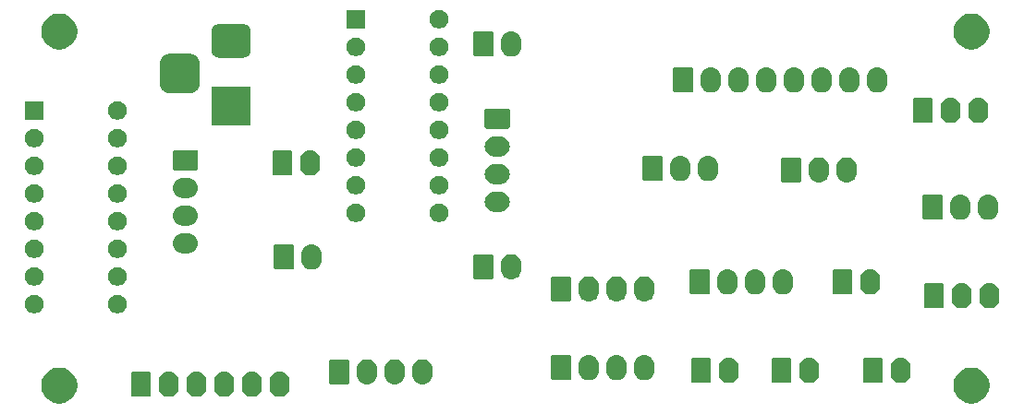
<source format=gbr>
G04 #@! TF.GenerationSoftware,KiCad,Pcbnew,(5.1.5-0-10_14)*
G04 #@! TF.CreationDate,2021-11-28T08:32:57+10:00*
G04 #@! TF.ProjectId,OH - Right Console - Output Distribution,4f48202d-2052-4696-9768-7420436f6e73,rev?*
G04 #@! TF.SameCoordinates,Original*
G04 #@! TF.FileFunction,Soldermask,Bot*
G04 #@! TF.FilePolarity,Negative*
%FSLAX46Y46*%
G04 Gerber Fmt 4.6, Leading zero omitted, Abs format (unit mm)*
G04 Created by KiCad (PCBNEW (5.1.5-0-10_14)) date 2021-11-28 08:32:57*
%MOMM*%
%LPD*%
G04 APERTURE LIST*
%ADD10C,0.100000*%
G04 APERTURE END LIST*
D10*
G36*
X244215256Y-114850298D02*
G01*
X244321579Y-114871447D01*
X244622042Y-114995903D01*
X244892451Y-115176585D01*
X245122415Y-115406549D01*
X245303097Y-115676958D01*
X245421769Y-115963456D01*
X245427553Y-115977422D01*
X245491000Y-116296389D01*
X245491000Y-116621611D01*
X245466944Y-116742546D01*
X245427553Y-116940579D01*
X245303097Y-117241042D01*
X245122415Y-117511451D01*
X244892451Y-117741415D01*
X244622042Y-117922097D01*
X244321579Y-118046553D01*
X244215256Y-118067702D01*
X244002611Y-118110000D01*
X243677389Y-118110000D01*
X243464744Y-118067702D01*
X243358421Y-118046553D01*
X243057958Y-117922097D01*
X242787549Y-117741415D01*
X242557585Y-117511451D01*
X242376903Y-117241042D01*
X242252447Y-116940579D01*
X242213056Y-116742546D01*
X242189000Y-116621611D01*
X242189000Y-116296389D01*
X242252447Y-115977422D01*
X242258232Y-115963456D01*
X242376903Y-115676958D01*
X242557585Y-115406549D01*
X242787549Y-115176585D01*
X243057958Y-114995903D01*
X243358421Y-114871447D01*
X243464744Y-114850298D01*
X243677389Y-114808000D01*
X244002611Y-114808000D01*
X244215256Y-114850298D01*
G37*
G36*
X160649256Y-114850298D02*
G01*
X160755579Y-114871447D01*
X161056042Y-114995903D01*
X161326451Y-115176585D01*
X161556415Y-115406549D01*
X161737097Y-115676958D01*
X161855769Y-115963456D01*
X161861553Y-115977422D01*
X161925000Y-116296389D01*
X161925000Y-116621611D01*
X161900944Y-116742546D01*
X161861553Y-116940579D01*
X161737097Y-117241042D01*
X161556415Y-117511451D01*
X161326451Y-117741415D01*
X161056042Y-117922097D01*
X160755579Y-118046553D01*
X160649256Y-118067702D01*
X160436611Y-118110000D01*
X160111389Y-118110000D01*
X159898744Y-118067702D01*
X159792421Y-118046553D01*
X159491958Y-117922097D01*
X159221549Y-117741415D01*
X158991585Y-117511451D01*
X158810903Y-117241042D01*
X158686447Y-116940579D01*
X158647056Y-116742546D01*
X158623000Y-116621611D01*
X158623000Y-116296389D01*
X158686447Y-115977422D01*
X158692232Y-115963456D01*
X158810903Y-115676958D01*
X158991585Y-115406549D01*
X159221549Y-115176585D01*
X159491958Y-114995903D01*
X159792421Y-114871447D01*
X159898744Y-114850298D01*
X160111389Y-114808000D01*
X160436611Y-114808000D01*
X160649256Y-114850298D01*
G37*
G36*
X175567547Y-115194326D02*
G01*
X175741156Y-115246990D01*
X175741158Y-115246991D01*
X175901155Y-115332511D01*
X176041397Y-115447603D01*
X176120729Y-115544271D01*
X176156489Y-115587844D01*
X176242010Y-115747843D01*
X176294674Y-115921452D01*
X176308000Y-116056756D01*
X176308000Y-116607243D01*
X176294674Y-116742548D01*
X176242010Y-116916157D01*
X176156489Y-117076156D01*
X176120729Y-117119729D01*
X176041397Y-117216397D01*
X175944729Y-117295729D01*
X175901156Y-117331489D01*
X175741157Y-117417010D01*
X175567548Y-117469674D01*
X175387000Y-117487456D01*
X175206453Y-117469674D01*
X175032844Y-117417010D01*
X174872845Y-117331489D01*
X174829272Y-117295729D01*
X174732604Y-117216397D01*
X174617513Y-117076157D01*
X174617512Y-117076155D01*
X174531990Y-116916157D01*
X174479326Y-116742548D01*
X174466000Y-116607244D01*
X174466000Y-116056757D01*
X174468509Y-116031287D01*
X174476869Y-115946397D01*
X174479326Y-115921453D01*
X174531990Y-115747844D01*
X174617511Y-115587845D01*
X174646801Y-115552155D01*
X174732603Y-115447603D01*
X174858388Y-115344375D01*
X174872844Y-115332511D01*
X175032843Y-115246990D01*
X175206452Y-115194326D01*
X175387000Y-115176544D01*
X175567547Y-115194326D01*
G37*
G36*
X178107547Y-115194326D02*
G01*
X178281156Y-115246990D01*
X178281158Y-115246991D01*
X178441155Y-115332511D01*
X178581397Y-115447603D01*
X178660729Y-115544271D01*
X178696489Y-115587844D01*
X178782010Y-115747843D01*
X178834674Y-115921452D01*
X178848000Y-116056756D01*
X178848000Y-116607243D01*
X178834674Y-116742548D01*
X178782010Y-116916157D01*
X178696489Y-117076156D01*
X178660729Y-117119729D01*
X178581397Y-117216397D01*
X178484729Y-117295729D01*
X178441156Y-117331489D01*
X178281157Y-117417010D01*
X178107548Y-117469674D01*
X177927000Y-117487456D01*
X177746453Y-117469674D01*
X177572844Y-117417010D01*
X177412845Y-117331489D01*
X177369272Y-117295729D01*
X177272604Y-117216397D01*
X177157513Y-117076157D01*
X177157512Y-117076155D01*
X177071990Y-116916157D01*
X177019326Y-116742548D01*
X177006000Y-116607244D01*
X177006000Y-116056757D01*
X177008509Y-116031287D01*
X177016869Y-115946397D01*
X177019326Y-115921453D01*
X177071990Y-115747844D01*
X177157511Y-115587845D01*
X177186801Y-115552155D01*
X177272603Y-115447603D01*
X177398388Y-115344375D01*
X177412844Y-115332511D01*
X177572843Y-115246990D01*
X177746452Y-115194326D01*
X177927000Y-115176544D01*
X178107547Y-115194326D01*
G37*
G36*
X180647547Y-115194326D02*
G01*
X180821156Y-115246990D01*
X180821158Y-115246991D01*
X180981155Y-115332511D01*
X181121397Y-115447603D01*
X181200729Y-115544271D01*
X181236489Y-115587844D01*
X181322010Y-115747843D01*
X181374674Y-115921452D01*
X181388000Y-116056756D01*
X181388000Y-116607243D01*
X181374674Y-116742548D01*
X181322010Y-116916157D01*
X181236489Y-117076156D01*
X181200729Y-117119729D01*
X181121397Y-117216397D01*
X181024729Y-117295729D01*
X180981156Y-117331489D01*
X180821157Y-117417010D01*
X180647548Y-117469674D01*
X180467000Y-117487456D01*
X180286453Y-117469674D01*
X180112844Y-117417010D01*
X179952845Y-117331489D01*
X179909272Y-117295729D01*
X179812604Y-117216397D01*
X179697513Y-117076157D01*
X179697512Y-117076155D01*
X179611990Y-116916157D01*
X179559326Y-116742548D01*
X179546000Y-116607244D01*
X179546000Y-116056757D01*
X179548509Y-116031287D01*
X179556869Y-115946397D01*
X179559326Y-115921453D01*
X179611990Y-115747844D01*
X179697511Y-115587845D01*
X179726801Y-115552155D01*
X179812603Y-115447603D01*
X179938388Y-115344375D01*
X179952844Y-115332511D01*
X180112843Y-115246990D01*
X180286452Y-115194326D01*
X180467000Y-115176544D01*
X180647547Y-115194326D01*
G37*
G36*
X173027547Y-115194326D02*
G01*
X173201156Y-115246990D01*
X173201158Y-115246991D01*
X173361155Y-115332511D01*
X173501397Y-115447603D01*
X173580729Y-115544271D01*
X173616489Y-115587844D01*
X173702010Y-115747843D01*
X173754674Y-115921452D01*
X173768000Y-116056756D01*
X173768000Y-116607243D01*
X173754674Y-116742548D01*
X173702010Y-116916157D01*
X173616489Y-117076156D01*
X173580729Y-117119729D01*
X173501397Y-117216397D01*
X173404729Y-117295729D01*
X173361156Y-117331489D01*
X173201157Y-117417010D01*
X173027548Y-117469674D01*
X172847000Y-117487456D01*
X172666453Y-117469674D01*
X172492844Y-117417010D01*
X172332845Y-117331489D01*
X172289272Y-117295729D01*
X172192604Y-117216397D01*
X172077513Y-117076157D01*
X172077512Y-117076155D01*
X171991990Y-116916157D01*
X171939326Y-116742548D01*
X171926000Y-116607244D01*
X171926000Y-116056757D01*
X171928509Y-116031287D01*
X171936869Y-115946397D01*
X171939326Y-115921453D01*
X171991990Y-115747844D01*
X172077511Y-115587845D01*
X172106801Y-115552155D01*
X172192603Y-115447603D01*
X172318388Y-115344375D01*
X172332844Y-115332511D01*
X172492843Y-115246990D01*
X172666452Y-115194326D01*
X172847000Y-115176544D01*
X173027547Y-115194326D01*
G37*
G36*
X170487547Y-115194326D02*
G01*
X170661156Y-115246990D01*
X170661158Y-115246991D01*
X170821155Y-115332511D01*
X170961397Y-115447603D01*
X171040729Y-115544271D01*
X171076489Y-115587844D01*
X171162010Y-115747843D01*
X171214674Y-115921452D01*
X171228000Y-116056756D01*
X171228000Y-116607243D01*
X171214674Y-116742548D01*
X171162010Y-116916157D01*
X171076489Y-117076156D01*
X171040729Y-117119729D01*
X170961397Y-117216397D01*
X170864729Y-117295729D01*
X170821156Y-117331489D01*
X170661157Y-117417010D01*
X170487548Y-117469674D01*
X170307000Y-117487456D01*
X170126453Y-117469674D01*
X169952844Y-117417010D01*
X169792845Y-117331489D01*
X169749272Y-117295729D01*
X169652604Y-117216397D01*
X169537513Y-117076157D01*
X169537512Y-117076155D01*
X169451990Y-116916157D01*
X169399326Y-116742548D01*
X169386000Y-116607244D01*
X169386000Y-116056757D01*
X169388509Y-116031287D01*
X169396869Y-115946397D01*
X169399326Y-115921453D01*
X169451990Y-115747844D01*
X169537511Y-115587845D01*
X169566801Y-115552155D01*
X169652603Y-115447603D01*
X169778388Y-115344375D01*
X169792844Y-115332511D01*
X169952843Y-115246990D01*
X170126452Y-115194326D01*
X170307000Y-115176544D01*
X170487547Y-115194326D01*
G37*
G36*
X168546561Y-115184966D02*
G01*
X168579383Y-115194923D01*
X168609632Y-115211092D01*
X168636148Y-115232852D01*
X168657908Y-115259368D01*
X168674077Y-115289617D01*
X168684034Y-115322439D01*
X168688000Y-115362713D01*
X168688000Y-117301287D01*
X168684034Y-117341561D01*
X168674077Y-117374383D01*
X168657908Y-117404632D01*
X168636148Y-117431148D01*
X168609632Y-117452908D01*
X168579383Y-117469077D01*
X168546561Y-117479034D01*
X168506287Y-117483000D01*
X167027713Y-117483000D01*
X166987439Y-117479034D01*
X166954617Y-117469077D01*
X166924368Y-117452908D01*
X166897852Y-117431148D01*
X166876092Y-117404632D01*
X166859923Y-117374383D01*
X166849966Y-117341561D01*
X166846000Y-117301287D01*
X166846000Y-115362713D01*
X166849966Y-115322439D01*
X166859923Y-115289617D01*
X166876092Y-115259368D01*
X166897852Y-115232852D01*
X166924368Y-115211092D01*
X166954617Y-115194923D01*
X166987439Y-115184966D01*
X167027713Y-115181000D01*
X168506287Y-115181000D01*
X168546561Y-115184966D01*
G37*
G36*
X193728547Y-114051326D02*
G01*
X193902156Y-114103990D01*
X193902158Y-114103991D01*
X194062155Y-114189511D01*
X194202397Y-114304603D01*
X194278595Y-114397452D01*
X194317489Y-114444844D01*
X194403010Y-114604843D01*
X194455674Y-114778452D01*
X194469000Y-114913756D01*
X194469000Y-115464243D01*
X194455674Y-115599548D01*
X194403010Y-115773157D01*
X194317489Y-115933156D01*
X194300452Y-115953915D01*
X194202397Y-116073397D01*
X194126741Y-116135485D01*
X194062156Y-116188489D01*
X193902157Y-116274010D01*
X193728548Y-116326674D01*
X193548000Y-116344456D01*
X193367453Y-116326674D01*
X193193844Y-116274010D01*
X193033845Y-116188489D01*
X192969260Y-116135485D01*
X192893604Y-116073397D01*
X192778513Y-115933157D01*
X192778512Y-115933155D01*
X192692990Y-115773157D01*
X192640326Y-115599548D01*
X192627818Y-115472546D01*
X192627000Y-115464245D01*
X192627000Y-114913756D01*
X192639508Y-114786756D01*
X192640326Y-114778453D01*
X192692990Y-114604844D01*
X192778511Y-114444845D01*
X192778512Y-114444844D01*
X192893603Y-114304603D01*
X192990271Y-114225271D01*
X193033844Y-114189511D01*
X193193843Y-114103990D01*
X193367452Y-114051326D01*
X193548000Y-114033544D01*
X193728547Y-114051326D01*
G37*
G36*
X191188547Y-114051326D02*
G01*
X191362156Y-114103990D01*
X191362158Y-114103991D01*
X191522155Y-114189511D01*
X191662397Y-114304603D01*
X191738595Y-114397452D01*
X191777489Y-114444844D01*
X191863010Y-114604843D01*
X191915674Y-114778452D01*
X191929000Y-114913756D01*
X191929000Y-115464243D01*
X191915674Y-115599548D01*
X191863010Y-115773157D01*
X191777489Y-115933156D01*
X191760452Y-115953915D01*
X191662397Y-116073397D01*
X191586741Y-116135485D01*
X191522156Y-116188489D01*
X191362157Y-116274010D01*
X191188548Y-116326674D01*
X191008000Y-116344456D01*
X190827453Y-116326674D01*
X190653844Y-116274010D01*
X190493845Y-116188489D01*
X190429260Y-116135485D01*
X190353604Y-116073397D01*
X190238513Y-115933157D01*
X190238512Y-115933155D01*
X190152990Y-115773157D01*
X190100326Y-115599548D01*
X190087818Y-115472546D01*
X190087000Y-115464245D01*
X190087000Y-114913756D01*
X190099508Y-114786756D01*
X190100326Y-114778453D01*
X190152990Y-114604844D01*
X190238511Y-114444845D01*
X190238512Y-114444844D01*
X190353603Y-114304603D01*
X190450271Y-114225271D01*
X190493844Y-114189511D01*
X190653843Y-114103990D01*
X190827452Y-114051326D01*
X191008000Y-114033544D01*
X191188547Y-114051326D01*
G37*
G36*
X188648547Y-114051326D02*
G01*
X188822156Y-114103990D01*
X188822158Y-114103991D01*
X188982155Y-114189511D01*
X189122397Y-114304603D01*
X189198595Y-114397452D01*
X189237489Y-114444844D01*
X189323010Y-114604843D01*
X189375674Y-114778452D01*
X189389000Y-114913756D01*
X189389000Y-115464243D01*
X189375674Y-115599548D01*
X189323010Y-115773157D01*
X189237489Y-115933156D01*
X189220452Y-115953915D01*
X189122397Y-116073397D01*
X189046741Y-116135485D01*
X188982156Y-116188489D01*
X188822157Y-116274010D01*
X188648548Y-116326674D01*
X188468000Y-116344456D01*
X188287453Y-116326674D01*
X188113844Y-116274010D01*
X187953845Y-116188489D01*
X187889260Y-116135485D01*
X187813604Y-116073397D01*
X187698513Y-115933157D01*
X187698512Y-115933155D01*
X187612990Y-115773157D01*
X187560326Y-115599548D01*
X187547818Y-115472546D01*
X187547000Y-115464245D01*
X187547000Y-114913756D01*
X187559508Y-114786756D01*
X187560326Y-114778453D01*
X187612990Y-114604844D01*
X187698511Y-114444845D01*
X187698512Y-114444844D01*
X187813603Y-114304603D01*
X187910271Y-114225271D01*
X187953844Y-114189511D01*
X188113843Y-114103990D01*
X188287452Y-114051326D01*
X188468000Y-114033544D01*
X188648547Y-114051326D01*
G37*
G36*
X186707561Y-114041966D02*
G01*
X186740383Y-114051923D01*
X186770632Y-114068092D01*
X186797148Y-114089852D01*
X186818908Y-114116368D01*
X186835077Y-114146617D01*
X186845034Y-114179439D01*
X186849000Y-114219713D01*
X186849000Y-116158287D01*
X186845034Y-116198561D01*
X186835077Y-116231383D01*
X186818908Y-116261632D01*
X186797148Y-116288148D01*
X186770632Y-116309908D01*
X186740383Y-116326077D01*
X186707561Y-116336034D01*
X186667287Y-116340000D01*
X185188713Y-116340000D01*
X185148439Y-116336034D01*
X185115617Y-116326077D01*
X185085368Y-116309908D01*
X185058852Y-116288148D01*
X185037092Y-116261632D01*
X185020923Y-116231383D01*
X185010966Y-116198561D01*
X185007000Y-116158287D01*
X185007000Y-114219713D01*
X185010966Y-114179439D01*
X185020923Y-114146617D01*
X185037092Y-114116368D01*
X185058852Y-114089852D01*
X185085368Y-114068092D01*
X185115617Y-114051923D01*
X185148439Y-114041966D01*
X185188713Y-114038000D01*
X186667287Y-114038000D01*
X186707561Y-114041966D01*
G37*
G36*
X237543547Y-113924326D02*
G01*
X237717156Y-113976990D01*
X237717158Y-113976991D01*
X237877155Y-114062511D01*
X238017397Y-114177603D01*
X238055345Y-114223844D01*
X238132489Y-114317844D01*
X238218010Y-114477843D01*
X238270674Y-114651452D01*
X238270674Y-114651454D01*
X238284000Y-114786755D01*
X238284000Y-115337244D01*
X238280669Y-115371069D01*
X238270674Y-115472548D01*
X238218010Y-115646157D01*
X238132489Y-115806156D01*
X238103581Y-115841380D01*
X238017397Y-115946397D01*
X237920729Y-116025729D01*
X237877156Y-116061489D01*
X237717157Y-116147010D01*
X237543548Y-116199674D01*
X237363000Y-116217456D01*
X237182453Y-116199674D01*
X237008844Y-116147010D01*
X236848845Y-116061489D01*
X236805272Y-116025729D01*
X236708604Y-115946397D01*
X236593513Y-115806157D01*
X236593512Y-115806155D01*
X236507990Y-115646157D01*
X236455326Y-115472548D01*
X236442000Y-115337244D01*
X236442000Y-114786757D01*
X236455326Y-114651453D01*
X236507990Y-114477844D01*
X236593511Y-114317845D01*
X236593512Y-114317844D01*
X236708603Y-114177603D01*
X236815529Y-114089852D01*
X236848844Y-114062511D01*
X237008843Y-113976990D01*
X237182452Y-113924326D01*
X237363000Y-113906544D01*
X237543547Y-113924326D01*
G37*
G36*
X229161547Y-113924326D02*
G01*
X229335156Y-113976990D01*
X229335158Y-113976991D01*
X229495155Y-114062511D01*
X229635397Y-114177603D01*
X229673345Y-114223844D01*
X229750489Y-114317844D01*
X229836010Y-114477843D01*
X229888674Y-114651452D01*
X229888674Y-114651454D01*
X229902000Y-114786755D01*
X229902000Y-115337244D01*
X229898669Y-115371069D01*
X229888674Y-115472548D01*
X229836010Y-115646157D01*
X229750489Y-115806156D01*
X229721581Y-115841380D01*
X229635397Y-115946397D01*
X229538729Y-116025729D01*
X229495156Y-116061489D01*
X229335157Y-116147010D01*
X229161548Y-116199674D01*
X228981000Y-116217456D01*
X228800453Y-116199674D01*
X228626844Y-116147010D01*
X228466845Y-116061489D01*
X228423272Y-116025729D01*
X228326604Y-115946397D01*
X228211513Y-115806157D01*
X228211512Y-115806155D01*
X228125990Y-115646157D01*
X228073326Y-115472548D01*
X228060000Y-115337244D01*
X228060000Y-114786757D01*
X228073326Y-114651453D01*
X228125990Y-114477844D01*
X228211511Y-114317845D01*
X228211512Y-114317844D01*
X228326603Y-114177603D01*
X228433529Y-114089852D01*
X228466844Y-114062511D01*
X228626843Y-113976990D01*
X228800452Y-113924326D01*
X228981000Y-113906544D01*
X229161547Y-113924326D01*
G37*
G36*
X221795547Y-113924326D02*
G01*
X221969156Y-113976990D01*
X221969158Y-113976991D01*
X222129155Y-114062511D01*
X222269397Y-114177603D01*
X222307345Y-114223844D01*
X222384489Y-114317844D01*
X222470010Y-114477843D01*
X222522674Y-114651452D01*
X222522674Y-114651454D01*
X222536000Y-114786755D01*
X222536000Y-115337244D01*
X222532669Y-115371069D01*
X222522674Y-115472548D01*
X222470010Y-115646157D01*
X222384489Y-115806156D01*
X222355581Y-115841380D01*
X222269397Y-115946397D01*
X222172729Y-116025729D01*
X222129156Y-116061489D01*
X221969157Y-116147010D01*
X221795548Y-116199674D01*
X221615000Y-116217456D01*
X221434453Y-116199674D01*
X221260844Y-116147010D01*
X221100845Y-116061489D01*
X221057272Y-116025729D01*
X220960604Y-115946397D01*
X220845513Y-115806157D01*
X220845512Y-115806155D01*
X220759990Y-115646157D01*
X220707326Y-115472548D01*
X220694000Y-115337244D01*
X220694000Y-114786757D01*
X220707326Y-114651453D01*
X220759990Y-114477844D01*
X220845511Y-114317845D01*
X220845512Y-114317844D01*
X220960603Y-114177603D01*
X221067529Y-114089852D01*
X221100844Y-114062511D01*
X221260843Y-113976990D01*
X221434452Y-113924326D01*
X221615000Y-113906544D01*
X221795547Y-113924326D01*
G37*
G36*
X235602561Y-113914966D02*
G01*
X235635383Y-113924923D01*
X235665632Y-113941092D01*
X235692148Y-113962852D01*
X235713908Y-113989368D01*
X235730077Y-114019617D01*
X235740034Y-114052439D01*
X235744000Y-114092713D01*
X235744000Y-116031287D01*
X235740034Y-116071561D01*
X235730077Y-116104383D01*
X235713908Y-116134632D01*
X235692148Y-116161148D01*
X235665632Y-116182908D01*
X235635383Y-116199077D01*
X235602561Y-116209034D01*
X235562287Y-116213000D01*
X234083713Y-116213000D01*
X234043439Y-116209034D01*
X234010617Y-116199077D01*
X233980368Y-116182908D01*
X233953852Y-116161148D01*
X233932092Y-116134632D01*
X233915923Y-116104383D01*
X233905966Y-116071561D01*
X233902000Y-116031287D01*
X233902000Y-114092713D01*
X233905966Y-114052439D01*
X233915923Y-114019617D01*
X233932092Y-113989368D01*
X233953852Y-113962852D01*
X233980368Y-113941092D01*
X234010617Y-113924923D01*
X234043439Y-113914966D01*
X234083713Y-113911000D01*
X235562287Y-113911000D01*
X235602561Y-113914966D01*
G37*
G36*
X219854561Y-113914966D02*
G01*
X219887383Y-113924923D01*
X219917632Y-113941092D01*
X219944148Y-113962852D01*
X219965908Y-113989368D01*
X219982077Y-114019617D01*
X219992034Y-114052439D01*
X219996000Y-114092713D01*
X219996000Y-116031287D01*
X219992034Y-116071561D01*
X219982077Y-116104383D01*
X219965908Y-116134632D01*
X219944148Y-116161148D01*
X219917632Y-116182908D01*
X219887383Y-116199077D01*
X219854561Y-116209034D01*
X219814287Y-116213000D01*
X218335713Y-116213000D01*
X218295439Y-116209034D01*
X218262617Y-116199077D01*
X218232368Y-116182908D01*
X218205852Y-116161148D01*
X218184092Y-116134632D01*
X218167923Y-116104383D01*
X218157966Y-116071561D01*
X218154000Y-116031287D01*
X218154000Y-114092713D01*
X218157966Y-114052439D01*
X218167923Y-114019617D01*
X218184092Y-113989368D01*
X218205852Y-113962852D01*
X218232368Y-113941092D01*
X218262617Y-113924923D01*
X218295439Y-113914966D01*
X218335713Y-113911000D01*
X219814287Y-113911000D01*
X219854561Y-113914966D01*
G37*
G36*
X227220561Y-113914966D02*
G01*
X227253383Y-113924923D01*
X227283632Y-113941092D01*
X227310148Y-113962852D01*
X227331908Y-113989368D01*
X227348077Y-114019617D01*
X227358034Y-114052439D01*
X227362000Y-114092713D01*
X227362000Y-116031287D01*
X227358034Y-116071561D01*
X227348077Y-116104383D01*
X227331908Y-116134632D01*
X227310148Y-116161148D01*
X227283632Y-116182908D01*
X227253383Y-116199077D01*
X227220561Y-116209034D01*
X227180287Y-116213000D01*
X225701713Y-116213000D01*
X225661439Y-116209034D01*
X225628617Y-116199077D01*
X225598368Y-116182908D01*
X225571852Y-116161148D01*
X225550092Y-116134632D01*
X225533923Y-116104383D01*
X225523966Y-116071561D01*
X225520000Y-116031287D01*
X225520000Y-114092713D01*
X225523966Y-114052439D01*
X225533923Y-114019617D01*
X225550092Y-113989368D01*
X225571852Y-113962852D01*
X225598368Y-113941092D01*
X225628617Y-113924923D01*
X225661439Y-113914966D01*
X225701713Y-113911000D01*
X227180287Y-113911000D01*
X227220561Y-113914966D01*
G37*
G36*
X208968547Y-113670326D02*
G01*
X209142156Y-113722990D01*
X209142158Y-113722991D01*
X209302155Y-113808511D01*
X209442397Y-113923603D01*
X209495668Y-113988515D01*
X209557489Y-114063844D01*
X209618294Y-114177603D01*
X209640803Y-114219713D01*
X209643010Y-114223843D01*
X209695674Y-114397452D01*
X209709000Y-114532756D01*
X209709000Y-115083243D01*
X209695674Y-115218548D01*
X209643010Y-115392157D01*
X209557489Y-115552156D01*
X209521729Y-115595729D01*
X209442397Y-115692397D01*
X209345729Y-115771729D01*
X209302156Y-115807489D01*
X209142157Y-115893010D01*
X208968548Y-115945674D01*
X208788000Y-115963456D01*
X208607453Y-115945674D01*
X208433844Y-115893010D01*
X208273845Y-115807489D01*
X208230272Y-115771729D01*
X208133604Y-115692397D01*
X208018513Y-115552157D01*
X208018512Y-115552155D01*
X207932990Y-115392157D01*
X207880326Y-115218548D01*
X207867000Y-115083244D01*
X207867000Y-114532757D01*
X207880326Y-114397453D01*
X207932990Y-114223844D01*
X208018511Y-114063845D01*
X208035548Y-114043085D01*
X208133603Y-113923603D01*
X208259388Y-113820375D01*
X208273844Y-113808511D01*
X208433843Y-113722990D01*
X208607452Y-113670326D01*
X208788000Y-113652544D01*
X208968547Y-113670326D01*
G37*
G36*
X211508547Y-113670326D02*
G01*
X211682156Y-113722990D01*
X211682158Y-113722991D01*
X211842155Y-113808511D01*
X211982397Y-113923603D01*
X212035668Y-113988515D01*
X212097489Y-114063844D01*
X212158294Y-114177603D01*
X212180803Y-114219713D01*
X212183010Y-114223843D01*
X212235674Y-114397452D01*
X212249000Y-114532756D01*
X212249000Y-115083243D01*
X212235674Y-115218548D01*
X212183010Y-115392157D01*
X212097489Y-115552156D01*
X212061729Y-115595729D01*
X211982397Y-115692397D01*
X211885729Y-115771729D01*
X211842156Y-115807489D01*
X211682157Y-115893010D01*
X211508548Y-115945674D01*
X211328000Y-115963456D01*
X211147453Y-115945674D01*
X210973844Y-115893010D01*
X210813845Y-115807489D01*
X210770272Y-115771729D01*
X210673604Y-115692397D01*
X210558513Y-115552157D01*
X210558512Y-115552155D01*
X210472990Y-115392157D01*
X210420326Y-115218548D01*
X210407000Y-115083244D01*
X210407000Y-114532757D01*
X210420326Y-114397453D01*
X210472990Y-114223844D01*
X210558511Y-114063845D01*
X210575548Y-114043085D01*
X210673603Y-113923603D01*
X210799388Y-113820375D01*
X210813844Y-113808511D01*
X210973843Y-113722990D01*
X211147452Y-113670326D01*
X211328000Y-113652544D01*
X211508547Y-113670326D01*
G37*
G36*
X214048547Y-113670326D02*
G01*
X214222156Y-113722990D01*
X214222158Y-113722991D01*
X214382155Y-113808511D01*
X214522397Y-113923603D01*
X214575668Y-113988515D01*
X214637489Y-114063844D01*
X214698294Y-114177603D01*
X214720803Y-114219713D01*
X214723010Y-114223843D01*
X214775674Y-114397452D01*
X214789000Y-114532756D01*
X214789000Y-115083243D01*
X214775674Y-115218548D01*
X214723010Y-115392157D01*
X214637489Y-115552156D01*
X214601729Y-115595729D01*
X214522397Y-115692397D01*
X214425729Y-115771729D01*
X214382156Y-115807489D01*
X214222157Y-115893010D01*
X214048548Y-115945674D01*
X213868000Y-115963456D01*
X213687453Y-115945674D01*
X213513844Y-115893010D01*
X213353845Y-115807489D01*
X213310272Y-115771729D01*
X213213604Y-115692397D01*
X213098513Y-115552157D01*
X213098512Y-115552155D01*
X213012990Y-115392157D01*
X212960326Y-115218548D01*
X212947000Y-115083244D01*
X212947000Y-114532757D01*
X212960326Y-114397453D01*
X213012990Y-114223844D01*
X213098511Y-114063845D01*
X213115548Y-114043085D01*
X213213603Y-113923603D01*
X213339388Y-113820375D01*
X213353844Y-113808511D01*
X213513843Y-113722990D01*
X213687452Y-113670326D01*
X213868000Y-113652544D01*
X214048547Y-113670326D01*
G37*
G36*
X207027561Y-113660966D02*
G01*
X207060383Y-113670923D01*
X207090632Y-113687092D01*
X207117148Y-113708852D01*
X207138908Y-113735368D01*
X207155077Y-113765617D01*
X207165034Y-113798439D01*
X207169000Y-113838713D01*
X207169000Y-115777287D01*
X207165034Y-115817561D01*
X207155077Y-115850383D01*
X207138908Y-115880632D01*
X207117148Y-115907148D01*
X207090632Y-115928908D01*
X207060383Y-115945077D01*
X207027561Y-115955034D01*
X206987287Y-115959000D01*
X205508713Y-115959000D01*
X205468439Y-115955034D01*
X205435617Y-115945077D01*
X205405368Y-115928908D01*
X205378852Y-115907148D01*
X205357092Y-115880632D01*
X205340923Y-115850383D01*
X205330966Y-115817561D01*
X205327000Y-115777287D01*
X205327000Y-113838713D01*
X205330966Y-113798439D01*
X205340923Y-113765617D01*
X205357092Y-113735368D01*
X205378852Y-113708852D01*
X205405368Y-113687092D01*
X205435617Y-113670923D01*
X205468439Y-113660966D01*
X205508713Y-113657000D01*
X206987287Y-113657000D01*
X207027561Y-113660966D01*
G37*
G36*
X165856228Y-108147703D02*
G01*
X166011100Y-108211853D01*
X166150481Y-108304985D01*
X166269015Y-108423519D01*
X166362147Y-108562900D01*
X166426297Y-108717772D01*
X166459000Y-108882184D01*
X166459000Y-109049816D01*
X166426297Y-109214228D01*
X166362147Y-109369100D01*
X166269015Y-109508481D01*
X166150481Y-109627015D01*
X166011100Y-109720147D01*
X165856228Y-109784297D01*
X165691816Y-109817000D01*
X165524184Y-109817000D01*
X165359772Y-109784297D01*
X165204900Y-109720147D01*
X165065519Y-109627015D01*
X164946985Y-109508481D01*
X164853853Y-109369100D01*
X164789703Y-109214228D01*
X164757000Y-109049816D01*
X164757000Y-108882184D01*
X164789703Y-108717772D01*
X164853853Y-108562900D01*
X164946985Y-108423519D01*
X165065519Y-108304985D01*
X165204900Y-108211853D01*
X165359772Y-108147703D01*
X165524184Y-108115000D01*
X165691816Y-108115000D01*
X165856228Y-108147703D01*
G37*
G36*
X158236228Y-108147703D02*
G01*
X158391100Y-108211853D01*
X158530481Y-108304985D01*
X158649015Y-108423519D01*
X158742147Y-108562900D01*
X158806297Y-108717772D01*
X158839000Y-108882184D01*
X158839000Y-109049816D01*
X158806297Y-109214228D01*
X158742147Y-109369100D01*
X158649015Y-109508481D01*
X158530481Y-109627015D01*
X158391100Y-109720147D01*
X158236228Y-109784297D01*
X158071816Y-109817000D01*
X157904184Y-109817000D01*
X157739772Y-109784297D01*
X157584900Y-109720147D01*
X157445519Y-109627015D01*
X157326985Y-109508481D01*
X157233853Y-109369100D01*
X157169703Y-109214228D01*
X157137000Y-109049816D01*
X157137000Y-108882184D01*
X157169703Y-108717772D01*
X157233853Y-108562900D01*
X157326985Y-108423519D01*
X157445519Y-108304985D01*
X157584900Y-108211853D01*
X157739772Y-108147703D01*
X157904184Y-108115000D01*
X158071816Y-108115000D01*
X158236228Y-108147703D01*
G37*
G36*
X245671547Y-107066326D02*
G01*
X245845156Y-107118990D01*
X245845158Y-107118991D01*
X246005155Y-107204511D01*
X246145397Y-107319603D01*
X246224729Y-107416271D01*
X246260489Y-107459844D01*
X246346010Y-107619843D01*
X246398674Y-107793452D01*
X246412000Y-107928756D01*
X246412000Y-108479243D01*
X246398674Y-108614548D01*
X246346010Y-108788157D01*
X246260489Y-108948156D01*
X246224729Y-108991729D01*
X246145397Y-109088397D01*
X246048729Y-109167729D01*
X246005156Y-109203489D01*
X245845157Y-109289010D01*
X245671548Y-109341674D01*
X245491000Y-109359456D01*
X245310453Y-109341674D01*
X245136844Y-109289010D01*
X244976845Y-109203489D01*
X244933272Y-109167729D01*
X244836604Y-109088397D01*
X244721513Y-108948157D01*
X244721512Y-108948155D01*
X244635990Y-108788157D01*
X244583326Y-108614548D01*
X244570000Y-108479244D01*
X244570000Y-107928757D01*
X244572509Y-107903287D01*
X244580869Y-107818397D01*
X244583326Y-107793453D01*
X244635990Y-107619844D01*
X244721511Y-107459845D01*
X244721512Y-107459844D01*
X244836603Y-107319603D01*
X244962388Y-107216375D01*
X244976844Y-107204511D01*
X245136843Y-107118990D01*
X245310452Y-107066326D01*
X245491000Y-107048544D01*
X245671547Y-107066326D01*
G37*
G36*
X243131547Y-107066326D02*
G01*
X243305156Y-107118990D01*
X243305158Y-107118991D01*
X243465155Y-107204511D01*
X243605397Y-107319603D01*
X243684729Y-107416271D01*
X243720489Y-107459844D01*
X243806010Y-107619843D01*
X243858674Y-107793452D01*
X243872000Y-107928756D01*
X243872000Y-108479243D01*
X243858674Y-108614548D01*
X243806010Y-108788157D01*
X243720489Y-108948156D01*
X243684729Y-108991729D01*
X243605397Y-109088397D01*
X243508729Y-109167729D01*
X243465156Y-109203489D01*
X243305157Y-109289010D01*
X243131548Y-109341674D01*
X242951000Y-109359456D01*
X242770453Y-109341674D01*
X242596844Y-109289010D01*
X242436845Y-109203489D01*
X242393272Y-109167729D01*
X242296604Y-109088397D01*
X242181513Y-108948157D01*
X242181512Y-108948155D01*
X242095990Y-108788157D01*
X242043326Y-108614548D01*
X242030000Y-108479244D01*
X242030000Y-107928757D01*
X242032509Y-107903287D01*
X242040869Y-107818397D01*
X242043326Y-107793453D01*
X242095990Y-107619844D01*
X242181511Y-107459845D01*
X242181512Y-107459844D01*
X242296603Y-107319603D01*
X242422388Y-107216375D01*
X242436844Y-107204511D01*
X242596843Y-107118990D01*
X242770452Y-107066326D01*
X242951000Y-107048544D01*
X243131547Y-107066326D01*
G37*
G36*
X241190561Y-107056966D02*
G01*
X241223383Y-107066923D01*
X241253632Y-107083092D01*
X241280148Y-107104852D01*
X241301908Y-107131368D01*
X241318077Y-107161617D01*
X241328034Y-107194439D01*
X241332000Y-107234713D01*
X241332000Y-109173287D01*
X241328034Y-109213561D01*
X241318077Y-109246383D01*
X241301908Y-109276632D01*
X241280148Y-109303148D01*
X241253632Y-109324908D01*
X241223383Y-109341077D01*
X241190561Y-109351034D01*
X241150287Y-109355000D01*
X239671713Y-109355000D01*
X239631439Y-109351034D01*
X239598617Y-109341077D01*
X239568368Y-109324908D01*
X239541852Y-109303148D01*
X239520092Y-109276632D01*
X239503923Y-109246383D01*
X239493966Y-109213561D01*
X239490000Y-109173287D01*
X239490000Y-107234713D01*
X239493966Y-107194439D01*
X239503923Y-107161617D01*
X239520092Y-107131368D01*
X239541852Y-107104852D01*
X239568368Y-107083092D01*
X239598617Y-107066923D01*
X239631439Y-107056966D01*
X239671713Y-107053000D01*
X241150287Y-107053000D01*
X241190561Y-107056966D01*
G37*
G36*
X214048547Y-106431326D02*
G01*
X214222156Y-106483990D01*
X214222158Y-106483991D01*
X214382155Y-106569511D01*
X214522397Y-106684603D01*
X214601729Y-106781271D01*
X214637489Y-106824844D01*
X214723010Y-106984843D01*
X214775674Y-107158452D01*
X214789000Y-107293756D01*
X214789000Y-107844243D01*
X214775674Y-107979548D01*
X214723010Y-108153157D01*
X214637489Y-108313156D01*
X214601729Y-108356729D01*
X214522397Y-108453397D01*
X214425729Y-108532729D01*
X214382156Y-108568489D01*
X214222157Y-108654010D01*
X214048548Y-108706674D01*
X213868000Y-108724456D01*
X213687453Y-108706674D01*
X213513844Y-108654010D01*
X213353845Y-108568489D01*
X213310272Y-108532729D01*
X213213604Y-108453397D01*
X213098513Y-108313157D01*
X213098512Y-108313155D01*
X213012990Y-108153157D01*
X212960326Y-107979548D01*
X212947000Y-107844244D01*
X212947000Y-107293757D01*
X212949732Y-107266023D01*
X212958189Y-107180148D01*
X212960326Y-107158453D01*
X213012990Y-106984844D01*
X213098511Y-106824845D01*
X213098512Y-106824844D01*
X213213603Y-106684603D01*
X213339388Y-106581375D01*
X213353844Y-106569511D01*
X213513843Y-106483990D01*
X213687452Y-106431326D01*
X213868000Y-106413544D01*
X214048547Y-106431326D01*
G37*
G36*
X211508547Y-106431326D02*
G01*
X211682156Y-106483990D01*
X211682158Y-106483991D01*
X211842155Y-106569511D01*
X211982397Y-106684603D01*
X212061729Y-106781271D01*
X212097489Y-106824844D01*
X212183010Y-106984843D01*
X212235674Y-107158452D01*
X212249000Y-107293756D01*
X212249000Y-107844243D01*
X212235674Y-107979548D01*
X212183010Y-108153157D01*
X212097489Y-108313156D01*
X212061729Y-108356729D01*
X211982397Y-108453397D01*
X211885729Y-108532729D01*
X211842156Y-108568489D01*
X211682157Y-108654010D01*
X211508548Y-108706674D01*
X211328000Y-108724456D01*
X211147453Y-108706674D01*
X210973844Y-108654010D01*
X210813845Y-108568489D01*
X210770272Y-108532729D01*
X210673604Y-108453397D01*
X210558513Y-108313157D01*
X210558512Y-108313155D01*
X210472990Y-108153157D01*
X210420326Y-107979548D01*
X210407000Y-107844244D01*
X210407000Y-107293757D01*
X210409732Y-107266023D01*
X210418189Y-107180148D01*
X210420326Y-107158453D01*
X210472990Y-106984844D01*
X210558511Y-106824845D01*
X210558512Y-106824844D01*
X210673603Y-106684603D01*
X210799388Y-106581375D01*
X210813844Y-106569511D01*
X210973843Y-106483990D01*
X211147452Y-106431326D01*
X211328000Y-106413544D01*
X211508547Y-106431326D01*
G37*
G36*
X208968547Y-106431326D02*
G01*
X209142156Y-106483990D01*
X209142158Y-106483991D01*
X209302155Y-106569511D01*
X209442397Y-106684603D01*
X209521729Y-106781271D01*
X209557489Y-106824844D01*
X209643010Y-106984843D01*
X209695674Y-107158452D01*
X209709000Y-107293756D01*
X209709000Y-107844243D01*
X209695674Y-107979548D01*
X209643010Y-108153157D01*
X209557489Y-108313156D01*
X209521729Y-108356729D01*
X209442397Y-108453397D01*
X209345729Y-108532729D01*
X209302156Y-108568489D01*
X209142157Y-108654010D01*
X208968548Y-108706674D01*
X208788000Y-108724456D01*
X208607453Y-108706674D01*
X208433844Y-108654010D01*
X208273845Y-108568489D01*
X208230272Y-108532729D01*
X208133604Y-108453397D01*
X208018513Y-108313157D01*
X208018512Y-108313155D01*
X207932990Y-108153157D01*
X207880326Y-107979548D01*
X207867000Y-107844244D01*
X207867000Y-107293757D01*
X207869732Y-107266023D01*
X207878189Y-107180148D01*
X207880326Y-107158453D01*
X207932990Y-106984844D01*
X208018511Y-106824845D01*
X208018512Y-106824844D01*
X208133603Y-106684603D01*
X208259388Y-106581375D01*
X208273844Y-106569511D01*
X208433843Y-106483990D01*
X208607452Y-106431326D01*
X208788000Y-106413544D01*
X208968547Y-106431326D01*
G37*
G36*
X207027561Y-106421966D02*
G01*
X207060383Y-106431923D01*
X207090632Y-106448092D01*
X207117148Y-106469852D01*
X207138908Y-106496368D01*
X207155077Y-106526617D01*
X207165034Y-106559439D01*
X207169000Y-106599713D01*
X207169000Y-108538287D01*
X207165034Y-108578561D01*
X207155077Y-108611383D01*
X207138908Y-108641632D01*
X207117148Y-108668148D01*
X207090632Y-108689908D01*
X207060383Y-108706077D01*
X207027561Y-108716034D01*
X206987287Y-108720000D01*
X205508713Y-108720000D01*
X205468439Y-108716034D01*
X205435617Y-108706077D01*
X205405368Y-108689908D01*
X205378852Y-108668148D01*
X205357092Y-108641632D01*
X205340923Y-108611383D01*
X205330966Y-108578561D01*
X205327000Y-108538287D01*
X205327000Y-106599713D01*
X205330966Y-106559439D01*
X205340923Y-106526617D01*
X205357092Y-106496368D01*
X205378852Y-106469852D01*
X205405368Y-106448092D01*
X205435617Y-106431923D01*
X205468439Y-106421966D01*
X205508713Y-106418000D01*
X206987287Y-106418000D01*
X207027561Y-106421966D01*
G37*
G36*
X234749547Y-105796326D02*
G01*
X234923156Y-105848990D01*
X234923158Y-105848991D01*
X235083155Y-105934511D01*
X235223397Y-106049603D01*
X235302729Y-106146271D01*
X235338489Y-106189844D01*
X235424010Y-106349843D01*
X235476674Y-106523452D01*
X235476986Y-106526617D01*
X235490000Y-106658755D01*
X235490000Y-107209244D01*
X235486669Y-107243069D01*
X235476674Y-107344548D01*
X235424010Y-107518157D01*
X235338489Y-107678156D01*
X235302729Y-107721729D01*
X235223397Y-107818397D01*
X235126729Y-107897729D01*
X235083156Y-107933489D01*
X234923157Y-108019010D01*
X234749548Y-108071674D01*
X234569000Y-108089456D01*
X234388453Y-108071674D01*
X234214844Y-108019010D01*
X234054845Y-107933489D01*
X234011272Y-107897729D01*
X233914604Y-107818397D01*
X233799513Y-107678157D01*
X233799512Y-107678155D01*
X233713990Y-107518157D01*
X233661326Y-107344548D01*
X233648000Y-107209244D01*
X233648000Y-106658757D01*
X233650732Y-106631023D01*
X233655621Y-106581375D01*
X233661326Y-106523453D01*
X233713990Y-106349844D01*
X233799511Y-106189845D01*
X233809420Y-106177771D01*
X233914603Y-106049603D01*
X234038959Y-105947548D01*
X234054844Y-105934511D01*
X234214843Y-105848990D01*
X234388452Y-105796326D01*
X234569000Y-105778544D01*
X234749547Y-105796326D01*
G37*
G36*
X226748547Y-105796326D02*
G01*
X226922156Y-105848990D01*
X226922158Y-105848991D01*
X227082155Y-105934511D01*
X227222397Y-106049603D01*
X227301729Y-106146271D01*
X227337489Y-106189844D01*
X227423010Y-106349843D01*
X227475674Y-106523452D01*
X227475986Y-106526617D01*
X227489000Y-106658755D01*
X227489000Y-107209244D01*
X227485669Y-107243069D01*
X227475674Y-107344548D01*
X227423010Y-107518157D01*
X227337489Y-107678156D01*
X227301729Y-107721729D01*
X227222397Y-107818397D01*
X227125729Y-107897729D01*
X227082156Y-107933489D01*
X226922157Y-108019010D01*
X226748548Y-108071674D01*
X226568000Y-108089456D01*
X226387453Y-108071674D01*
X226213844Y-108019010D01*
X226053845Y-107933489D01*
X226010272Y-107897729D01*
X225913604Y-107818397D01*
X225798513Y-107678157D01*
X225798512Y-107678155D01*
X225712990Y-107518157D01*
X225660326Y-107344548D01*
X225647000Y-107209244D01*
X225647000Y-106658757D01*
X225649732Y-106631023D01*
X225654621Y-106581375D01*
X225660326Y-106523453D01*
X225712990Y-106349844D01*
X225798511Y-106189845D01*
X225808420Y-106177771D01*
X225913603Y-106049603D01*
X226037959Y-105947548D01*
X226053844Y-105934511D01*
X226213843Y-105848990D01*
X226387452Y-105796326D01*
X226568000Y-105778544D01*
X226748547Y-105796326D01*
G37*
G36*
X224208547Y-105796326D02*
G01*
X224382156Y-105848990D01*
X224382158Y-105848991D01*
X224542155Y-105934511D01*
X224682397Y-106049603D01*
X224761729Y-106146271D01*
X224797489Y-106189844D01*
X224883010Y-106349843D01*
X224935674Y-106523452D01*
X224935986Y-106526617D01*
X224949000Y-106658755D01*
X224949000Y-107209244D01*
X224945669Y-107243069D01*
X224935674Y-107344548D01*
X224883010Y-107518157D01*
X224797489Y-107678156D01*
X224761729Y-107721729D01*
X224682397Y-107818397D01*
X224585729Y-107897729D01*
X224542156Y-107933489D01*
X224382157Y-108019010D01*
X224208548Y-108071674D01*
X224028000Y-108089456D01*
X223847453Y-108071674D01*
X223673844Y-108019010D01*
X223513845Y-107933489D01*
X223470272Y-107897729D01*
X223373604Y-107818397D01*
X223258513Y-107678157D01*
X223258512Y-107678155D01*
X223172990Y-107518157D01*
X223120326Y-107344548D01*
X223107000Y-107209244D01*
X223107000Y-106658757D01*
X223109732Y-106631023D01*
X223114621Y-106581375D01*
X223120326Y-106523453D01*
X223172990Y-106349844D01*
X223258511Y-106189845D01*
X223268420Y-106177771D01*
X223373603Y-106049603D01*
X223497959Y-105947548D01*
X223513844Y-105934511D01*
X223673843Y-105848990D01*
X223847452Y-105796326D01*
X224028000Y-105778544D01*
X224208547Y-105796326D01*
G37*
G36*
X221668547Y-105796326D02*
G01*
X221842156Y-105848990D01*
X221842158Y-105848991D01*
X222002155Y-105934511D01*
X222142397Y-106049603D01*
X222221729Y-106146271D01*
X222257489Y-106189844D01*
X222343010Y-106349843D01*
X222395674Y-106523452D01*
X222395986Y-106526617D01*
X222409000Y-106658755D01*
X222409000Y-107209244D01*
X222405669Y-107243069D01*
X222395674Y-107344548D01*
X222343010Y-107518157D01*
X222257489Y-107678156D01*
X222221729Y-107721729D01*
X222142397Y-107818397D01*
X222045729Y-107897729D01*
X222002156Y-107933489D01*
X221842157Y-108019010D01*
X221668548Y-108071674D01*
X221488000Y-108089456D01*
X221307453Y-108071674D01*
X221133844Y-108019010D01*
X220973845Y-107933489D01*
X220930272Y-107897729D01*
X220833604Y-107818397D01*
X220718513Y-107678157D01*
X220718512Y-107678155D01*
X220632990Y-107518157D01*
X220580326Y-107344548D01*
X220567000Y-107209244D01*
X220567000Y-106658757D01*
X220569732Y-106631023D01*
X220574621Y-106581375D01*
X220580326Y-106523453D01*
X220632990Y-106349844D01*
X220718511Y-106189845D01*
X220728420Y-106177771D01*
X220833603Y-106049603D01*
X220957959Y-105947548D01*
X220973844Y-105934511D01*
X221133843Y-105848990D01*
X221307452Y-105796326D01*
X221488000Y-105778544D01*
X221668547Y-105796326D01*
G37*
G36*
X219727561Y-105786966D02*
G01*
X219760383Y-105796923D01*
X219790632Y-105813092D01*
X219817148Y-105834852D01*
X219838908Y-105861368D01*
X219855077Y-105891617D01*
X219865034Y-105924439D01*
X219869000Y-105964713D01*
X219869000Y-107903287D01*
X219865034Y-107943561D01*
X219855077Y-107976383D01*
X219838908Y-108006632D01*
X219817148Y-108033148D01*
X219790632Y-108054908D01*
X219760383Y-108071077D01*
X219727561Y-108081034D01*
X219687287Y-108085000D01*
X218208713Y-108085000D01*
X218168439Y-108081034D01*
X218135617Y-108071077D01*
X218105368Y-108054908D01*
X218078852Y-108033148D01*
X218057092Y-108006632D01*
X218040923Y-107976383D01*
X218030966Y-107943561D01*
X218027000Y-107903287D01*
X218027000Y-105964713D01*
X218030966Y-105924439D01*
X218040923Y-105891617D01*
X218057092Y-105861368D01*
X218078852Y-105834852D01*
X218105368Y-105813092D01*
X218135617Y-105796923D01*
X218168439Y-105786966D01*
X218208713Y-105783000D01*
X219687287Y-105783000D01*
X219727561Y-105786966D01*
G37*
G36*
X232808561Y-105786966D02*
G01*
X232841383Y-105796923D01*
X232871632Y-105813092D01*
X232898148Y-105834852D01*
X232919908Y-105861368D01*
X232936077Y-105891617D01*
X232946034Y-105924439D01*
X232950000Y-105964713D01*
X232950000Y-107903287D01*
X232946034Y-107943561D01*
X232936077Y-107976383D01*
X232919908Y-108006632D01*
X232898148Y-108033148D01*
X232871632Y-108054908D01*
X232841383Y-108071077D01*
X232808561Y-108081034D01*
X232768287Y-108085000D01*
X231289713Y-108085000D01*
X231249439Y-108081034D01*
X231216617Y-108071077D01*
X231186368Y-108054908D01*
X231159852Y-108033148D01*
X231138092Y-108006632D01*
X231121923Y-107976383D01*
X231111966Y-107943561D01*
X231108000Y-107903287D01*
X231108000Y-105964713D01*
X231111966Y-105924439D01*
X231121923Y-105891617D01*
X231138092Y-105861368D01*
X231159852Y-105834852D01*
X231186368Y-105813092D01*
X231216617Y-105796923D01*
X231249439Y-105786966D01*
X231289713Y-105783000D01*
X232768287Y-105783000D01*
X232808561Y-105786966D01*
G37*
G36*
X165856228Y-105607703D02*
G01*
X166011100Y-105671853D01*
X166150481Y-105764985D01*
X166269015Y-105883519D01*
X166362147Y-106022900D01*
X166426297Y-106177772D01*
X166459000Y-106342184D01*
X166459000Y-106509816D01*
X166426297Y-106674228D01*
X166362147Y-106829100D01*
X166269015Y-106968481D01*
X166150481Y-107087015D01*
X166011100Y-107180147D01*
X165856228Y-107244297D01*
X165691816Y-107277000D01*
X165524184Y-107277000D01*
X165359772Y-107244297D01*
X165204900Y-107180147D01*
X165065519Y-107087015D01*
X164946985Y-106968481D01*
X164853853Y-106829100D01*
X164789703Y-106674228D01*
X164757000Y-106509816D01*
X164757000Y-106342184D01*
X164789703Y-106177772D01*
X164853853Y-106022900D01*
X164946985Y-105883519D01*
X165065519Y-105764985D01*
X165204900Y-105671853D01*
X165359772Y-105607703D01*
X165524184Y-105575000D01*
X165691816Y-105575000D01*
X165856228Y-105607703D01*
G37*
G36*
X158236228Y-105607703D02*
G01*
X158391100Y-105671853D01*
X158530481Y-105764985D01*
X158649015Y-105883519D01*
X158742147Y-106022900D01*
X158806297Y-106177772D01*
X158839000Y-106342184D01*
X158839000Y-106509816D01*
X158806297Y-106674228D01*
X158742147Y-106829100D01*
X158649015Y-106968481D01*
X158530481Y-107087015D01*
X158391100Y-107180147D01*
X158236228Y-107244297D01*
X158071816Y-107277000D01*
X157904184Y-107277000D01*
X157739772Y-107244297D01*
X157584900Y-107180147D01*
X157445519Y-107087015D01*
X157326985Y-106968481D01*
X157233853Y-106829100D01*
X157169703Y-106674228D01*
X157137000Y-106509816D01*
X157137000Y-106342184D01*
X157169703Y-106177772D01*
X157233853Y-106022900D01*
X157326985Y-105883519D01*
X157445519Y-105764985D01*
X157584900Y-105671853D01*
X157739772Y-105607703D01*
X157904184Y-105575000D01*
X158071816Y-105575000D01*
X158236228Y-105607703D01*
G37*
G36*
X201856547Y-104399326D02*
G01*
X202030156Y-104451990D01*
X202030158Y-104451991D01*
X202190155Y-104537511D01*
X202330397Y-104652603D01*
X202399659Y-104737000D01*
X202445489Y-104792844D01*
X202531010Y-104952843D01*
X202583674Y-105126452D01*
X202597000Y-105261756D01*
X202597000Y-105812243D01*
X202583674Y-105947548D01*
X202531010Y-106121157D01*
X202445489Y-106281156D01*
X202409729Y-106324729D01*
X202330397Y-106421397D01*
X202240083Y-106495515D01*
X202190156Y-106536489D01*
X202030157Y-106622010D01*
X201856548Y-106674674D01*
X201676000Y-106692456D01*
X201495453Y-106674674D01*
X201321844Y-106622010D01*
X201161845Y-106536489D01*
X201111918Y-106495515D01*
X201021604Y-106421397D01*
X200906513Y-106281157D01*
X200906512Y-106281155D01*
X200820990Y-106121157D01*
X200768326Y-105947548D01*
X200756513Y-105827602D01*
X200755000Y-105812245D01*
X200755000Y-105261756D01*
X200768326Y-105126455D01*
X200768326Y-105126453D01*
X200820990Y-104952844D01*
X200906511Y-104792845D01*
X200906512Y-104792844D01*
X201021603Y-104652603D01*
X201147388Y-104549375D01*
X201161844Y-104537511D01*
X201321843Y-104451990D01*
X201495452Y-104399326D01*
X201676000Y-104381544D01*
X201856547Y-104399326D01*
G37*
G36*
X199915561Y-104389966D02*
G01*
X199948383Y-104399923D01*
X199978632Y-104416092D01*
X200005148Y-104437852D01*
X200026908Y-104464368D01*
X200043077Y-104494617D01*
X200053034Y-104527439D01*
X200057000Y-104567713D01*
X200057000Y-106506287D01*
X200053034Y-106546561D01*
X200043077Y-106579383D01*
X200026908Y-106609632D01*
X200005148Y-106636148D01*
X199978632Y-106657908D01*
X199948383Y-106674077D01*
X199915561Y-106684034D01*
X199875287Y-106688000D01*
X198396713Y-106688000D01*
X198356439Y-106684034D01*
X198323617Y-106674077D01*
X198293368Y-106657908D01*
X198266852Y-106636148D01*
X198245092Y-106609632D01*
X198228923Y-106579383D01*
X198218966Y-106546561D01*
X198215000Y-106506287D01*
X198215000Y-104567713D01*
X198218966Y-104527439D01*
X198228923Y-104494617D01*
X198245092Y-104464368D01*
X198266852Y-104437852D01*
X198293368Y-104416092D01*
X198323617Y-104399923D01*
X198356439Y-104389966D01*
X198396713Y-104386000D01*
X199875287Y-104386000D01*
X199915561Y-104389966D01*
G37*
G36*
X183568547Y-103510326D02*
G01*
X183742156Y-103562990D01*
X183742158Y-103562991D01*
X183902155Y-103648511D01*
X184042397Y-103763603D01*
X184121729Y-103860271D01*
X184157489Y-103903844D01*
X184243010Y-104063843D01*
X184295674Y-104237452D01*
X184309000Y-104372756D01*
X184309000Y-104923243D01*
X184295674Y-105058548D01*
X184243010Y-105232157D01*
X184157489Y-105392156D01*
X184121729Y-105435729D01*
X184042397Y-105532397D01*
X183950635Y-105607703D01*
X183902156Y-105647489D01*
X183742157Y-105733010D01*
X183568548Y-105785674D01*
X183388000Y-105803456D01*
X183207453Y-105785674D01*
X183033844Y-105733010D01*
X182873845Y-105647489D01*
X182825366Y-105607703D01*
X182733604Y-105532397D01*
X182618513Y-105392157D01*
X182618512Y-105392155D01*
X182532990Y-105232157D01*
X182480326Y-105058548D01*
X182467000Y-104923244D01*
X182467000Y-104372757D01*
X182480326Y-104237453D01*
X182532990Y-104063844D01*
X182618511Y-103903845D01*
X182628105Y-103892155D01*
X182733603Y-103763603D01*
X182859388Y-103660375D01*
X182873844Y-103648511D01*
X183033843Y-103562990D01*
X183207452Y-103510326D01*
X183388000Y-103492544D01*
X183568547Y-103510326D01*
G37*
G36*
X181627561Y-103500966D02*
G01*
X181660383Y-103510923D01*
X181690632Y-103527092D01*
X181717148Y-103548852D01*
X181738908Y-103575368D01*
X181755077Y-103605617D01*
X181765034Y-103638439D01*
X181769000Y-103678713D01*
X181769000Y-105617287D01*
X181765034Y-105657561D01*
X181755077Y-105690383D01*
X181738908Y-105720632D01*
X181717148Y-105747148D01*
X181690632Y-105768908D01*
X181660383Y-105785077D01*
X181627561Y-105795034D01*
X181587287Y-105799000D01*
X180108713Y-105799000D01*
X180068439Y-105795034D01*
X180035617Y-105785077D01*
X180005368Y-105768908D01*
X179978852Y-105747148D01*
X179957092Y-105720632D01*
X179940923Y-105690383D01*
X179930966Y-105657561D01*
X179927000Y-105617287D01*
X179927000Y-103678713D01*
X179930966Y-103638439D01*
X179940923Y-103605617D01*
X179957092Y-103575368D01*
X179978852Y-103548852D01*
X180005368Y-103527092D01*
X180035617Y-103510923D01*
X180068439Y-103500966D01*
X180108713Y-103497000D01*
X181587287Y-103497000D01*
X181627561Y-103500966D01*
G37*
G36*
X165856228Y-103067703D02*
G01*
X166011100Y-103131853D01*
X166150481Y-103224985D01*
X166269015Y-103343519D01*
X166362147Y-103482900D01*
X166426297Y-103637772D01*
X166459000Y-103802184D01*
X166459000Y-103969816D01*
X166426297Y-104134228D01*
X166362147Y-104289100D01*
X166269015Y-104428481D01*
X166150481Y-104547015D01*
X166011100Y-104640147D01*
X165856228Y-104704297D01*
X165691816Y-104737000D01*
X165524184Y-104737000D01*
X165359772Y-104704297D01*
X165204900Y-104640147D01*
X165065519Y-104547015D01*
X164946985Y-104428481D01*
X164853853Y-104289100D01*
X164789703Y-104134228D01*
X164757000Y-103969816D01*
X164757000Y-103802184D01*
X164789703Y-103637772D01*
X164853853Y-103482900D01*
X164946985Y-103343519D01*
X165065519Y-103224985D01*
X165204900Y-103131853D01*
X165359772Y-103067703D01*
X165524184Y-103035000D01*
X165691816Y-103035000D01*
X165856228Y-103067703D01*
G37*
G36*
X158236228Y-103067703D02*
G01*
X158391100Y-103131853D01*
X158530481Y-103224985D01*
X158649015Y-103343519D01*
X158742147Y-103482900D01*
X158806297Y-103637772D01*
X158839000Y-103802184D01*
X158839000Y-103969816D01*
X158806297Y-104134228D01*
X158742147Y-104289100D01*
X158649015Y-104428481D01*
X158530481Y-104547015D01*
X158391100Y-104640147D01*
X158236228Y-104704297D01*
X158071816Y-104737000D01*
X157904184Y-104737000D01*
X157739772Y-104704297D01*
X157584900Y-104640147D01*
X157445519Y-104547015D01*
X157326985Y-104428481D01*
X157233853Y-104289100D01*
X157169703Y-104134228D01*
X157137000Y-103969816D01*
X157137000Y-103802184D01*
X157169703Y-103637772D01*
X157233853Y-103482900D01*
X157326985Y-103343519D01*
X157445519Y-103224985D01*
X157584900Y-103131853D01*
X157739772Y-103067703D01*
X157904184Y-103035000D01*
X158071816Y-103035000D01*
X158236228Y-103067703D01*
G37*
G36*
X172151345Y-102461442D02*
G01*
X172241548Y-102470326D01*
X172415157Y-102522990D01*
X172575156Y-102608511D01*
X172618729Y-102644271D01*
X172715397Y-102723603D01*
X172794729Y-102820271D01*
X172830489Y-102863844D01*
X172916010Y-103023843D01*
X172968674Y-103197452D01*
X172986456Y-103378000D01*
X172968674Y-103558548D01*
X172916010Y-103732157D01*
X172830489Y-103892156D01*
X172794729Y-103935729D01*
X172715397Y-104032397D01*
X172618729Y-104111729D01*
X172575156Y-104147489D01*
X172415157Y-104233010D01*
X172241548Y-104285674D01*
X172151345Y-104294558D01*
X172106245Y-104299000D01*
X171555755Y-104299000D01*
X171510655Y-104294558D01*
X171420452Y-104285674D01*
X171246843Y-104233010D01*
X171086844Y-104147489D01*
X171043271Y-104111729D01*
X170946603Y-104032397D01*
X170867271Y-103935729D01*
X170831511Y-103892156D01*
X170745990Y-103732157D01*
X170693326Y-103558548D01*
X170675544Y-103378000D01*
X170693326Y-103197452D01*
X170745990Y-103023843D01*
X170831511Y-102863844D01*
X170867271Y-102820271D01*
X170946603Y-102723603D01*
X171043271Y-102644271D01*
X171086844Y-102608511D01*
X171246843Y-102522990D01*
X171420452Y-102470326D01*
X171510655Y-102461442D01*
X171555755Y-102457000D01*
X172106245Y-102457000D01*
X172151345Y-102461442D01*
G37*
G36*
X158236228Y-100527703D02*
G01*
X158391100Y-100591853D01*
X158530481Y-100684985D01*
X158649015Y-100803519D01*
X158742147Y-100942900D01*
X158806297Y-101097772D01*
X158839000Y-101262184D01*
X158839000Y-101429816D01*
X158806297Y-101594228D01*
X158742147Y-101749100D01*
X158649015Y-101888481D01*
X158530481Y-102007015D01*
X158391100Y-102100147D01*
X158236228Y-102164297D01*
X158071816Y-102197000D01*
X157904184Y-102197000D01*
X157739772Y-102164297D01*
X157584900Y-102100147D01*
X157445519Y-102007015D01*
X157326985Y-101888481D01*
X157233853Y-101749100D01*
X157169703Y-101594228D01*
X157137000Y-101429816D01*
X157137000Y-101262184D01*
X157169703Y-101097772D01*
X157233853Y-100942900D01*
X157326985Y-100803519D01*
X157445519Y-100684985D01*
X157584900Y-100591853D01*
X157739772Y-100527703D01*
X157904184Y-100495000D01*
X158071816Y-100495000D01*
X158236228Y-100527703D01*
G37*
G36*
X165856228Y-100527703D02*
G01*
X166011100Y-100591853D01*
X166150481Y-100684985D01*
X166269015Y-100803519D01*
X166362147Y-100942900D01*
X166426297Y-101097772D01*
X166459000Y-101262184D01*
X166459000Y-101429816D01*
X166426297Y-101594228D01*
X166362147Y-101749100D01*
X166269015Y-101888481D01*
X166150481Y-102007015D01*
X166011100Y-102100147D01*
X165856228Y-102164297D01*
X165691816Y-102197000D01*
X165524184Y-102197000D01*
X165359772Y-102164297D01*
X165204900Y-102100147D01*
X165065519Y-102007015D01*
X164946985Y-101888481D01*
X164853853Y-101749100D01*
X164789703Y-101594228D01*
X164757000Y-101429816D01*
X164757000Y-101262184D01*
X164789703Y-101097772D01*
X164853853Y-100942900D01*
X164946985Y-100803519D01*
X165065519Y-100684985D01*
X165204900Y-100591853D01*
X165359772Y-100527703D01*
X165524184Y-100495000D01*
X165691816Y-100495000D01*
X165856228Y-100527703D01*
G37*
G36*
X172151345Y-99921442D02*
G01*
X172241548Y-99930326D01*
X172415157Y-99982990D01*
X172575156Y-100068511D01*
X172591782Y-100082156D01*
X172715397Y-100183603D01*
X172794729Y-100280271D01*
X172830489Y-100323844D01*
X172916010Y-100483843D01*
X172968674Y-100657452D01*
X172986456Y-100838000D01*
X172968674Y-101018548D01*
X172916010Y-101192157D01*
X172830489Y-101352156D01*
X172794729Y-101395729D01*
X172715397Y-101492397D01*
X172618729Y-101571729D01*
X172575156Y-101607489D01*
X172415157Y-101693010D01*
X172241548Y-101745674D01*
X172151345Y-101754558D01*
X172106245Y-101759000D01*
X171555755Y-101759000D01*
X171510655Y-101754558D01*
X171420452Y-101745674D01*
X171246843Y-101693010D01*
X171086844Y-101607489D01*
X171043271Y-101571729D01*
X170946603Y-101492397D01*
X170867271Y-101395729D01*
X170831511Y-101352156D01*
X170745990Y-101192157D01*
X170693326Y-101018548D01*
X170675544Y-100838000D01*
X170693326Y-100657452D01*
X170745990Y-100483843D01*
X170831511Y-100323844D01*
X170867271Y-100280271D01*
X170946603Y-100183603D01*
X171070218Y-100082156D01*
X171086844Y-100068511D01*
X171246843Y-99982990D01*
X171420452Y-99930326D01*
X171510655Y-99921442D01*
X171555755Y-99917000D01*
X172106245Y-99917000D01*
X172151345Y-99921442D01*
G37*
G36*
X195320228Y-99765703D02*
G01*
X195475100Y-99829853D01*
X195614481Y-99922985D01*
X195733015Y-100041519D01*
X195826147Y-100180900D01*
X195890297Y-100335772D01*
X195923000Y-100500184D01*
X195923000Y-100667816D01*
X195890297Y-100832228D01*
X195826147Y-100987100D01*
X195733015Y-101126481D01*
X195614481Y-101245015D01*
X195475100Y-101338147D01*
X195320228Y-101402297D01*
X195155816Y-101435000D01*
X194988184Y-101435000D01*
X194823772Y-101402297D01*
X194668900Y-101338147D01*
X194529519Y-101245015D01*
X194410985Y-101126481D01*
X194317853Y-100987100D01*
X194253703Y-100832228D01*
X194221000Y-100667816D01*
X194221000Y-100500184D01*
X194253703Y-100335772D01*
X194317853Y-100180900D01*
X194410985Y-100041519D01*
X194529519Y-99922985D01*
X194668900Y-99829853D01*
X194823772Y-99765703D01*
X194988184Y-99733000D01*
X195155816Y-99733000D01*
X195320228Y-99765703D01*
G37*
G36*
X187700228Y-99765703D02*
G01*
X187855100Y-99829853D01*
X187994481Y-99922985D01*
X188113015Y-100041519D01*
X188206147Y-100180900D01*
X188270297Y-100335772D01*
X188303000Y-100500184D01*
X188303000Y-100667816D01*
X188270297Y-100832228D01*
X188206147Y-100987100D01*
X188113015Y-101126481D01*
X187994481Y-101245015D01*
X187855100Y-101338147D01*
X187700228Y-101402297D01*
X187535816Y-101435000D01*
X187368184Y-101435000D01*
X187203772Y-101402297D01*
X187048900Y-101338147D01*
X186909519Y-101245015D01*
X186790985Y-101126481D01*
X186697853Y-100987100D01*
X186633703Y-100832228D01*
X186601000Y-100667816D01*
X186601000Y-100500184D01*
X186633703Y-100335772D01*
X186697853Y-100180900D01*
X186790985Y-100041519D01*
X186909519Y-99922985D01*
X187048900Y-99829853D01*
X187203772Y-99765703D01*
X187368184Y-99733000D01*
X187535816Y-99733000D01*
X187700228Y-99765703D01*
G37*
G36*
X243004547Y-98938326D02*
G01*
X243178156Y-98990990D01*
X243178158Y-98990991D01*
X243338155Y-99076511D01*
X243478397Y-99191603D01*
X243557729Y-99288271D01*
X243593489Y-99331844D01*
X243679010Y-99491843D01*
X243731674Y-99665452D01*
X243745000Y-99800756D01*
X243745000Y-100351243D01*
X243731674Y-100486548D01*
X243679010Y-100660157D01*
X243593489Y-100820156D01*
X243557729Y-100863729D01*
X243478397Y-100960397D01*
X243381729Y-101039729D01*
X243338156Y-101075489D01*
X243178157Y-101161010D01*
X243004548Y-101213674D01*
X242824000Y-101231456D01*
X242643453Y-101213674D01*
X242469844Y-101161010D01*
X242309845Y-101075489D01*
X242266272Y-101039729D01*
X242169604Y-100960397D01*
X242054513Y-100820157D01*
X242054512Y-100820155D01*
X241968990Y-100660157D01*
X241916326Y-100486548D01*
X241903000Y-100351244D01*
X241903000Y-99800757D01*
X241916326Y-99665453D01*
X241968990Y-99491844D01*
X242054511Y-99331845D01*
X242054512Y-99331844D01*
X242169603Y-99191603D01*
X242295388Y-99088375D01*
X242309844Y-99076511D01*
X242469843Y-98990990D01*
X242643452Y-98938326D01*
X242824000Y-98920544D01*
X243004547Y-98938326D01*
G37*
G36*
X245544547Y-98938326D02*
G01*
X245718156Y-98990990D01*
X245718158Y-98990991D01*
X245878155Y-99076511D01*
X246018397Y-99191603D01*
X246097729Y-99288271D01*
X246133489Y-99331844D01*
X246219010Y-99491843D01*
X246271674Y-99665452D01*
X246285000Y-99800756D01*
X246285000Y-100351243D01*
X246271674Y-100486548D01*
X246219010Y-100660157D01*
X246133489Y-100820156D01*
X246097729Y-100863729D01*
X246018397Y-100960397D01*
X245921729Y-101039729D01*
X245878156Y-101075489D01*
X245718157Y-101161010D01*
X245544548Y-101213674D01*
X245364000Y-101231456D01*
X245183453Y-101213674D01*
X245009844Y-101161010D01*
X244849845Y-101075489D01*
X244806272Y-101039729D01*
X244709604Y-100960397D01*
X244594513Y-100820157D01*
X244594512Y-100820155D01*
X244508990Y-100660157D01*
X244456326Y-100486548D01*
X244443000Y-100351244D01*
X244443000Y-99800757D01*
X244456326Y-99665453D01*
X244508990Y-99491844D01*
X244594511Y-99331845D01*
X244594512Y-99331844D01*
X244709603Y-99191603D01*
X244835388Y-99088375D01*
X244849844Y-99076511D01*
X245009843Y-98990990D01*
X245183452Y-98938326D01*
X245364000Y-98920544D01*
X245544547Y-98938326D01*
G37*
G36*
X241063561Y-98928966D02*
G01*
X241096383Y-98938923D01*
X241126632Y-98955092D01*
X241153148Y-98976852D01*
X241174908Y-99003368D01*
X241191077Y-99033617D01*
X241201034Y-99066439D01*
X241205000Y-99106713D01*
X241205000Y-101045287D01*
X241201034Y-101085561D01*
X241191077Y-101118383D01*
X241174908Y-101148632D01*
X241153148Y-101175148D01*
X241126632Y-101196908D01*
X241096383Y-101213077D01*
X241063561Y-101223034D01*
X241023287Y-101227000D01*
X239544713Y-101227000D01*
X239504439Y-101223034D01*
X239471617Y-101213077D01*
X239441368Y-101196908D01*
X239414852Y-101175148D01*
X239393092Y-101148632D01*
X239376923Y-101118383D01*
X239366966Y-101085561D01*
X239363000Y-101045287D01*
X239363000Y-99106713D01*
X239366966Y-99066439D01*
X239376923Y-99033617D01*
X239393092Y-99003368D01*
X239414852Y-98976852D01*
X239441368Y-98955092D01*
X239471617Y-98938923D01*
X239504439Y-98928966D01*
X239544713Y-98925000D01*
X241023287Y-98925000D01*
X241063561Y-98928966D01*
G37*
G36*
X200726345Y-98651442D02*
G01*
X200816548Y-98660326D01*
X200990157Y-98712990D01*
X201150156Y-98798511D01*
X201166782Y-98812156D01*
X201290397Y-98913603D01*
X201363364Y-99002515D01*
X201405489Y-99053844D01*
X201491010Y-99213843D01*
X201543674Y-99387452D01*
X201561456Y-99568000D01*
X201543674Y-99748548D01*
X201491010Y-99922157D01*
X201405489Y-100082156D01*
X201369729Y-100125729D01*
X201290397Y-100222397D01*
X201193729Y-100301729D01*
X201150156Y-100337489D01*
X200990157Y-100423010D01*
X200816548Y-100475674D01*
X200733625Y-100483841D01*
X200681245Y-100489000D01*
X200130755Y-100489000D01*
X200078375Y-100483841D01*
X199995452Y-100475674D01*
X199821843Y-100423010D01*
X199661844Y-100337489D01*
X199618271Y-100301729D01*
X199521603Y-100222397D01*
X199442271Y-100125729D01*
X199406511Y-100082156D01*
X199320990Y-99922157D01*
X199268326Y-99748548D01*
X199250544Y-99568000D01*
X199268326Y-99387452D01*
X199320990Y-99213843D01*
X199406511Y-99053844D01*
X199448636Y-99002515D01*
X199521603Y-98913603D01*
X199645218Y-98812156D01*
X199661844Y-98798511D01*
X199821843Y-98712990D01*
X199995452Y-98660326D01*
X200085655Y-98651442D01*
X200130755Y-98647000D01*
X200681245Y-98647000D01*
X200726345Y-98651442D01*
G37*
G36*
X165856228Y-97987703D02*
G01*
X166011100Y-98051853D01*
X166150481Y-98144985D01*
X166269015Y-98263519D01*
X166362147Y-98402900D01*
X166426297Y-98557772D01*
X166459000Y-98722184D01*
X166459000Y-98889816D01*
X166426297Y-99054228D01*
X166362147Y-99209100D01*
X166269015Y-99348481D01*
X166150481Y-99467015D01*
X166011100Y-99560147D01*
X165856228Y-99624297D01*
X165691816Y-99657000D01*
X165524184Y-99657000D01*
X165359772Y-99624297D01*
X165204900Y-99560147D01*
X165065519Y-99467015D01*
X164946985Y-99348481D01*
X164853853Y-99209100D01*
X164789703Y-99054228D01*
X164757000Y-98889816D01*
X164757000Y-98722184D01*
X164789703Y-98557772D01*
X164853853Y-98402900D01*
X164946985Y-98263519D01*
X165065519Y-98144985D01*
X165204900Y-98051853D01*
X165359772Y-97987703D01*
X165524184Y-97955000D01*
X165691816Y-97955000D01*
X165856228Y-97987703D01*
G37*
G36*
X158236228Y-97987703D02*
G01*
X158391100Y-98051853D01*
X158530481Y-98144985D01*
X158649015Y-98263519D01*
X158742147Y-98402900D01*
X158806297Y-98557772D01*
X158839000Y-98722184D01*
X158839000Y-98889816D01*
X158806297Y-99054228D01*
X158742147Y-99209100D01*
X158649015Y-99348481D01*
X158530481Y-99467015D01*
X158391100Y-99560147D01*
X158236228Y-99624297D01*
X158071816Y-99657000D01*
X157904184Y-99657000D01*
X157739772Y-99624297D01*
X157584900Y-99560147D01*
X157445519Y-99467015D01*
X157326985Y-99348481D01*
X157233853Y-99209100D01*
X157169703Y-99054228D01*
X157137000Y-98889816D01*
X157137000Y-98722184D01*
X157169703Y-98557772D01*
X157233853Y-98402900D01*
X157326985Y-98263519D01*
X157445519Y-98144985D01*
X157584900Y-98051853D01*
X157739772Y-97987703D01*
X157904184Y-97955000D01*
X158071816Y-97955000D01*
X158236228Y-97987703D01*
G37*
G36*
X172151345Y-97381442D02*
G01*
X172241548Y-97390326D01*
X172415157Y-97442990D01*
X172575156Y-97528511D01*
X172616429Y-97562383D01*
X172715397Y-97643603D01*
X172787949Y-97732009D01*
X172830489Y-97783844D01*
X172916010Y-97943843D01*
X172968674Y-98117452D01*
X172986456Y-98298000D01*
X172968674Y-98478548D01*
X172916010Y-98652157D01*
X172830489Y-98812156D01*
X172794729Y-98855729D01*
X172715397Y-98952397D01*
X172618729Y-99031729D01*
X172575156Y-99067489D01*
X172415157Y-99153010D01*
X172241548Y-99205674D01*
X172158625Y-99213841D01*
X172106245Y-99219000D01*
X171555755Y-99219000D01*
X171503375Y-99213841D01*
X171420452Y-99205674D01*
X171246843Y-99153010D01*
X171086844Y-99067489D01*
X171043271Y-99031729D01*
X170946603Y-98952397D01*
X170867271Y-98855729D01*
X170831511Y-98812156D01*
X170745990Y-98652157D01*
X170693326Y-98478548D01*
X170675544Y-98298000D01*
X170693326Y-98117452D01*
X170745990Y-97943843D01*
X170831511Y-97783844D01*
X170874051Y-97732009D01*
X170946603Y-97643603D01*
X171045571Y-97562383D01*
X171086844Y-97528511D01*
X171246843Y-97442990D01*
X171420452Y-97390326D01*
X171510655Y-97381442D01*
X171555755Y-97377000D01*
X172106245Y-97377000D01*
X172151345Y-97381442D01*
G37*
G36*
X187700228Y-97225703D02*
G01*
X187855100Y-97289853D01*
X187994481Y-97382985D01*
X188113015Y-97501519D01*
X188206147Y-97640900D01*
X188270297Y-97795772D01*
X188303000Y-97960184D01*
X188303000Y-98127816D01*
X188270297Y-98292228D01*
X188206147Y-98447100D01*
X188113015Y-98586481D01*
X187994481Y-98705015D01*
X187855100Y-98798147D01*
X187700228Y-98862297D01*
X187535816Y-98895000D01*
X187368184Y-98895000D01*
X187203772Y-98862297D01*
X187048900Y-98798147D01*
X186909519Y-98705015D01*
X186790985Y-98586481D01*
X186697853Y-98447100D01*
X186633703Y-98292228D01*
X186601000Y-98127816D01*
X186601000Y-97960184D01*
X186633703Y-97795772D01*
X186697853Y-97640900D01*
X186790985Y-97501519D01*
X186909519Y-97382985D01*
X187048900Y-97289853D01*
X187203772Y-97225703D01*
X187368184Y-97193000D01*
X187535816Y-97193000D01*
X187700228Y-97225703D01*
G37*
G36*
X195320228Y-97225703D02*
G01*
X195475100Y-97289853D01*
X195614481Y-97382985D01*
X195733015Y-97501519D01*
X195826147Y-97640900D01*
X195890297Y-97795772D01*
X195923000Y-97960184D01*
X195923000Y-98127816D01*
X195890297Y-98292228D01*
X195826147Y-98447100D01*
X195733015Y-98586481D01*
X195614481Y-98705015D01*
X195475100Y-98798147D01*
X195320228Y-98862297D01*
X195155816Y-98895000D01*
X194988184Y-98895000D01*
X194823772Y-98862297D01*
X194668900Y-98798147D01*
X194529519Y-98705015D01*
X194410985Y-98586481D01*
X194317853Y-98447100D01*
X194253703Y-98292228D01*
X194221000Y-98127816D01*
X194221000Y-97960184D01*
X194253703Y-97795772D01*
X194317853Y-97640900D01*
X194410985Y-97501519D01*
X194529519Y-97382985D01*
X194668900Y-97289853D01*
X194823772Y-97225703D01*
X194988184Y-97193000D01*
X195155816Y-97193000D01*
X195320228Y-97225703D01*
G37*
G36*
X200706171Y-96109455D02*
G01*
X200816548Y-96120326D01*
X200990157Y-96172990D01*
X201150156Y-96258511D01*
X201185166Y-96287243D01*
X201290397Y-96373603D01*
X201366205Y-96465977D01*
X201405489Y-96513844D01*
X201451878Y-96600632D01*
X201486325Y-96665077D01*
X201491010Y-96673843D01*
X201543674Y-96847452D01*
X201561456Y-97028000D01*
X201543674Y-97208548D01*
X201519010Y-97289853D01*
X201491009Y-97382159D01*
X201486200Y-97391156D01*
X201405489Y-97542156D01*
X201388889Y-97562383D01*
X201290397Y-97682397D01*
X201212715Y-97746148D01*
X201150156Y-97797489D01*
X200990157Y-97883010D01*
X200816548Y-97935674D01*
X200733625Y-97943841D01*
X200681245Y-97949000D01*
X200130755Y-97949000D01*
X200078375Y-97943841D01*
X199995452Y-97935674D01*
X199821843Y-97883010D01*
X199661844Y-97797489D01*
X199599285Y-97746148D01*
X199521603Y-97682397D01*
X199423111Y-97562383D01*
X199406511Y-97542156D01*
X199325800Y-97391156D01*
X199320991Y-97382159D01*
X199292990Y-97289853D01*
X199268326Y-97208548D01*
X199250544Y-97028000D01*
X199268326Y-96847452D01*
X199320990Y-96673843D01*
X199325676Y-96665077D01*
X199360122Y-96600632D01*
X199406511Y-96513844D01*
X199445795Y-96465977D01*
X199521603Y-96373603D01*
X199626834Y-96287243D01*
X199661844Y-96258511D01*
X199821843Y-96172990D01*
X199995452Y-96120326D01*
X200105829Y-96109455D01*
X200130755Y-96107000D01*
X200681245Y-96107000D01*
X200706171Y-96109455D01*
G37*
G36*
X230050547Y-95509326D02*
G01*
X230224156Y-95561990D01*
X230224158Y-95561991D01*
X230384155Y-95647511D01*
X230524397Y-95762603D01*
X230603729Y-95859271D01*
X230639489Y-95902844D01*
X230725010Y-96062843D01*
X230777674Y-96236452D01*
X230791000Y-96371756D01*
X230791000Y-96922243D01*
X230777674Y-97057548D01*
X230725010Y-97231157D01*
X230639489Y-97391156D01*
X230603729Y-97434729D01*
X230524397Y-97531397D01*
X230448741Y-97593485D01*
X230384156Y-97646489D01*
X230224157Y-97732010D01*
X230050548Y-97784674D01*
X229870000Y-97802456D01*
X229689453Y-97784674D01*
X229515844Y-97732010D01*
X229355845Y-97646489D01*
X229291260Y-97593485D01*
X229215604Y-97531397D01*
X229100513Y-97391157D01*
X229100512Y-97391155D01*
X229014990Y-97231157D01*
X228962326Y-97057548D01*
X228949818Y-96930546D01*
X228949000Y-96922245D01*
X228949000Y-96371756D01*
X228960189Y-96258148D01*
X228962326Y-96236453D01*
X229014990Y-96062844D01*
X229100511Y-95902845D01*
X229100512Y-95902844D01*
X229215603Y-95762603D01*
X229341388Y-95659375D01*
X229355844Y-95647511D01*
X229515843Y-95561990D01*
X229689452Y-95509326D01*
X229870000Y-95491544D01*
X230050547Y-95509326D01*
G37*
G36*
X232590547Y-95509326D02*
G01*
X232764156Y-95561990D01*
X232764158Y-95561991D01*
X232924155Y-95647511D01*
X233064397Y-95762603D01*
X233143729Y-95859271D01*
X233179489Y-95902844D01*
X233265010Y-96062843D01*
X233317674Y-96236452D01*
X233331000Y-96371756D01*
X233331000Y-96922243D01*
X233317674Y-97057548D01*
X233265010Y-97231157D01*
X233179489Y-97391156D01*
X233143729Y-97434729D01*
X233064397Y-97531397D01*
X232988741Y-97593485D01*
X232924156Y-97646489D01*
X232764157Y-97732010D01*
X232590548Y-97784674D01*
X232410000Y-97802456D01*
X232229453Y-97784674D01*
X232055844Y-97732010D01*
X231895845Y-97646489D01*
X231831260Y-97593485D01*
X231755604Y-97531397D01*
X231640513Y-97391157D01*
X231640512Y-97391155D01*
X231554990Y-97231157D01*
X231502326Y-97057548D01*
X231489818Y-96930546D01*
X231489000Y-96922245D01*
X231489000Y-96371756D01*
X231500189Y-96258148D01*
X231502326Y-96236453D01*
X231554990Y-96062844D01*
X231640511Y-95902845D01*
X231640512Y-95902844D01*
X231755603Y-95762603D01*
X231881388Y-95659375D01*
X231895844Y-95647511D01*
X232055843Y-95561990D01*
X232229452Y-95509326D01*
X232410000Y-95491544D01*
X232590547Y-95509326D01*
G37*
G36*
X228109561Y-95499966D02*
G01*
X228142383Y-95509923D01*
X228172632Y-95526092D01*
X228199148Y-95547852D01*
X228220908Y-95574368D01*
X228237077Y-95604617D01*
X228247034Y-95637439D01*
X228251000Y-95677713D01*
X228251000Y-97616287D01*
X228247034Y-97656561D01*
X228237077Y-97689383D01*
X228220908Y-97719632D01*
X228199148Y-97746148D01*
X228172632Y-97767908D01*
X228142383Y-97784077D01*
X228109561Y-97794034D01*
X228069287Y-97798000D01*
X226590713Y-97798000D01*
X226550439Y-97794034D01*
X226517617Y-97784077D01*
X226487368Y-97767908D01*
X226460852Y-97746148D01*
X226439092Y-97719632D01*
X226422923Y-97689383D01*
X226412966Y-97656561D01*
X226409000Y-97616287D01*
X226409000Y-95677713D01*
X226412966Y-95637439D01*
X226422923Y-95604617D01*
X226439092Y-95574368D01*
X226460852Y-95547852D01*
X226487368Y-95526092D01*
X226517617Y-95509923D01*
X226550439Y-95499966D01*
X226590713Y-95496000D01*
X228069287Y-95496000D01*
X228109561Y-95499966D01*
G37*
G36*
X219890547Y-95382326D02*
G01*
X220064156Y-95434990D01*
X220064158Y-95434991D01*
X220224155Y-95520511D01*
X220364397Y-95635603D01*
X220443729Y-95732271D01*
X220479489Y-95775844D01*
X220565010Y-95935843D01*
X220617674Y-96109452D01*
X220617674Y-96109454D01*
X220630183Y-96236455D01*
X220631000Y-96244756D01*
X220631000Y-96795243D01*
X220617674Y-96930548D01*
X220565010Y-97104157D01*
X220479489Y-97264156D01*
X220443729Y-97307729D01*
X220364397Y-97404397D01*
X220267729Y-97483729D01*
X220224156Y-97519489D01*
X220064157Y-97605010D01*
X219890548Y-97657674D01*
X219710000Y-97675456D01*
X219529453Y-97657674D01*
X219355844Y-97605010D01*
X219195845Y-97519489D01*
X219152272Y-97483729D01*
X219055604Y-97404397D01*
X218940513Y-97264157D01*
X218940512Y-97264155D01*
X218854990Y-97104157D01*
X218802326Y-96930548D01*
X218789000Y-96795244D01*
X218789000Y-96244757D01*
X218802326Y-96109453D01*
X218854990Y-95935844D01*
X218870356Y-95907097D01*
X218940511Y-95775845D01*
X219055603Y-95635603D01*
X219162529Y-95547852D01*
X219195844Y-95520511D01*
X219355843Y-95434990D01*
X219529452Y-95382326D01*
X219710000Y-95364544D01*
X219890547Y-95382326D01*
G37*
G36*
X217350547Y-95382326D02*
G01*
X217524156Y-95434990D01*
X217524158Y-95434991D01*
X217684155Y-95520511D01*
X217824397Y-95635603D01*
X217903729Y-95732271D01*
X217939489Y-95775844D01*
X218025010Y-95935843D01*
X218077674Y-96109452D01*
X218077674Y-96109454D01*
X218090183Y-96236455D01*
X218091000Y-96244756D01*
X218091000Y-96795243D01*
X218077674Y-96930548D01*
X218025010Y-97104157D01*
X217939489Y-97264156D01*
X217903729Y-97307729D01*
X217824397Y-97404397D01*
X217727729Y-97483729D01*
X217684156Y-97519489D01*
X217524157Y-97605010D01*
X217350548Y-97657674D01*
X217170000Y-97675456D01*
X216989453Y-97657674D01*
X216815844Y-97605010D01*
X216655845Y-97519489D01*
X216612272Y-97483729D01*
X216515604Y-97404397D01*
X216400513Y-97264157D01*
X216400512Y-97264155D01*
X216314990Y-97104157D01*
X216262326Y-96930548D01*
X216249000Y-96795244D01*
X216249000Y-96244757D01*
X216262326Y-96109453D01*
X216314990Y-95935844D01*
X216330356Y-95907097D01*
X216400511Y-95775845D01*
X216515603Y-95635603D01*
X216622529Y-95547852D01*
X216655844Y-95520511D01*
X216815843Y-95434990D01*
X216989452Y-95382326D01*
X217170000Y-95364544D01*
X217350547Y-95382326D01*
G37*
G36*
X215409561Y-95372966D02*
G01*
X215442383Y-95382923D01*
X215472632Y-95399092D01*
X215499148Y-95420852D01*
X215520908Y-95447368D01*
X215537077Y-95477617D01*
X215547034Y-95510439D01*
X215551000Y-95550713D01*
X215551000Y-97489287D01*
X215547034Y-97529561D01*
X215537077Y-97562383D01*
X215520908Y-97592632D01*
X215499148Y-97619148D01*
X215472632Y-97640908D01*
X215442383Y-97657077D01*
X215409561Y-97667034D01*
X215369287Y-97671000D01*
X213890713Y-97671000D01*
X213850439Y-97667034D01*
X213817617Y-97657077D01*
X213787368Y-97640908D01*
X213760852Y-97619148D01*
X213739092Y-97592632D01*
X213722923Y-97562383D01*
X213712966Y-97529561D01*
X213709000Y-97489287D01*
X213709000Y-95550713D01*
X213712966Y-95510439D01*
X213722923Y-95477617D01*
X213739092Y-95447368D01*
X213760852Y-95420852D01*
X213787368Y-95399092D01*
X213817617Y-95382923D01*
X213850439Y-95372966D01*
X213890713Y-95369000D01*
X215369287Y-95369000D01*
X215409561Y-95372966D01*
G37*
G36*
X183441547Y-94874326D02*
G01*
X183615156Y-94926990D01*
X183615158Y-94926991D01*
X183775155Y-95012511D01*
X183915397Y-95127603D01*
X183994729Y-95224271D01*
X184030489Y-95267844D01*
X184116010Y-95427843D01*
X184168674Y-95601452D01*
X184182000Y-95736756D01*
X184182000Y-96287243D01*
X184168674Y-96422548D01*
X184116010Y-96596157D01*
X184030489Y-96756156D01*
X183998411Y-96795243D01*
X183915397Y-96896397D01*
X183818729Y-96975729D01*
X183775156Y-97011489D01*
X183615157Y-97097010D01*
X183441548Y-97149674D01*
X183261000Y-97167456D01*
X183080453Y-97149674D01*
X182906844Y-97097010D01*
X182746845Y-97011489D01*
X182703272Y-96975729D01*
X182606604Y-96896397D01*
X182491513Y-96756157D01*
X182491512Y-96756155D01*
X182405990Y-96596157D01*
X182353326Y-96422548D01*
X182340000Y-96287244D01*
X182340000Y-95736757D01*
X182342732Y-95709023D01*
X182349782Y-95637439D01*
X182353326Y-95601453D01*
X182405990Y-95427844D01*
X182491511Y-95267845D01*
X182501420Y-95255771D01*
X182606603Y-95127603D01*
X182732388Y-95024375D01*
X182746844Y-95012511D01*
X182906843Y-94926990D01*
X183080452Y-94874326D01*
X183261000Y-94856544D01*
X183441547Y-94874326D01*
G37*
G36*
X181500561Y-94864966D02*
G01*
X181533383Y-94874923D01*
X181563632Y-94891092D01*
X181590148Y-94912852D01*
X181611908Y-94939368D01*
X181628077Y-94969617D01*
X181638034Y-95002439D01*
X181642000Y-95042713D01*
X181642000Y-96981287D01*
X181638034Y-97021561D01*
X181628077Y-97054383D01*
X181611908Y-97084632D01*
X181590148Y-97111148D01*
X181563632Y-97132908D01*
X181533383Y-97149077D01*
X181500561Y-97159034D01*
X181460287Y-97163000D01*
X179981713Y-97163000D01*
X179941439Y-97159034D01*
X179908617Y-97149077D01*
X179878368Y-97132908D01*
X179851852Y-97111148D01*
X179830092Y-97084632D01*
X179813923Y-97054383D01*
X179803966Y-97021561D01*
X179800000Y-96981287D01*
X179800000Y-95042713D01*
X179803966Y-95002439D01*
X179813923Y-94969617D01*
X179830092Y-94939368D01*
X179851852Y-94912852D01*
X179878368Y-94891092D01*
X179908617Y-94874923D01*
X179941439Y-94864966D01*
X179981713Y-94861000D01*
X181460287Y-94861000D01*
X181500561Y-94864966D01*
G37*
G36*
X165856228Y-95447703D02*
G01*
X166011100Y-95511853D01*
X166150481Y-95604985D01*
X166269015Y-95723519D01*
X166362147Y-95862900D01*
X166426297Y-96017772D01*
X166459000Y-96182184D01*
X166459000Y-96349816D01*
X166426297Y-96514228D01*
X166362147Y-96669100D01*
X166269015Y-96808481D01*
X166150481Y-96927015D01*
X166011100Y-97020147D01*
X165856228Y-97084297D01*
X165691816Y-97117000D01*
X165524184Y-97117000D01*
X165359772Y-97084297D01*
X165204900Y-97020147D01*
X165065519Y-96927015D01*
X164946985Y-96808481D01*
X164853853Y-96669100D01*
X164789703Y-96514228D01*
X164757000Y-96349816D01*
X164757000Y-96182184D01*
X164789703Y-96017772D01*
X164853853Y-95862900D01*
X164946985Y-95723519D01*
X165065519Y-95604985D01*
X165204900Y-95511853D01*
X165359772Y-95447703D01*
X165524184Y-95415000D01*
X165691816Y-95415000D01*
X165856228Y-95447703D01*
G37*
G36*
X158236228Y-95447703D02*
G01*
X158391100Y-95511853D01*
X158530481Y-95604985D01*
X158649015Y-95723519D01*
X158742147Y-95862900D01*
X158806297Y-96017772D01*
X158839000Y-96182184D01*
X158839000Y-96349816D01*
X158806297Y-96514228D01*
X158742147Y-96669100D01*
X158649015Y-96808481D01*
X158530481Y-96927015D01*
X158391100Y-97020147D01*
X158236228Y-97084297D01*
X158071816Y-97117000D01*
X157904184Y-97117000D01*
X157739772Y-97084297D01*
X157584900Y-97020147D01*
X157445519Y-96927015D01*
X157326985Y-96808481D01*
X157233853Y-96669100D01*
X157169703Y-96514228D01*
X157137000Y-96349816D01*
X157137000Y-96182184D01*
X157169703Y-96017772D01*
X157233853Y-95862900D01*
X157326985Y-95723519D01*
X157445519Y-95604985D01*
X157584900Y-95511853D01*
X157739772Y-95447703D01*
X157904184Y-95415000D01*
X158071816Y-95415000D01*
X158236228Y-95447703D01*
G37*
G36*
X172840561Y-94840966D02*
G01*
X172873383Y-94850923D01*
X172903632Y-94867092D01*
X172930148Y-94888852D01*
X172951908Y-94915368D01*
X172968077Y-94945617D01*
X172978034Y-94978439D01*
X172982000Y-95018713D01*
X172982000Y-96497287D01*
X172978034Y-96537561D01*
X172968077Y-96570383D01*
X172951908Y-96600632D01*
X172930148Y-96627148D01*
X172903632Y-96648908D01*
X172873383Y-96665077D01*
X172840561Y-96675034D01*
X172800287Y-96679000D01*
X170861713Y-96679000D01*
X170821439Y-96675034D01*
X170788617Y-96665077D01*
X170758368Y-96648908D01*
X170731852Y-96627148D01*
X170710092Y-96600632D01*
X170693923Y-96570383D01*
X170683966Y-96537561D01*
X170680000Y-96497287D01*
X170680000Y-95018713D01*
X170683966Y-94978439D01*
X170693923Y-94945617D01*
X170710092Y-94915368D01*
X170731852Y-94888852D01*
X170758368Y-94867092D01*
X170788617Y-94850923D01*
X170821439Y-94840966D01*
X170861713Y-94837000D01*
X172800287Y-94837000D01*
X172840561Y-94840966D01*
G37*
G36*
X195320228Y-94685703D02*
G01*
X195475100Y-94749853D01*
X195614481Y-94842985D01*
X195733015Y-94961519D01*
X195826147Y-95100900D01*
X195890297Y-95255772D01*
X195923000Y-95420184D01*
X195923000Y-95587816D01*
X195890297Y-95752228D01*
X195826147Y-95907100D01*
X195733015Y-96046481D01*
X195614481Y-96165015D01*
X195475100Y-96258147D01*
X195320228Y-96322297D01*
X195155816Y-96355000D01*
X194988184Y-96355000D01*
X194823772Y-96322297D01*
X194668900Y-96258147D01*
X194529519Y-96165015D01*
X194410985Y-96046481D01*
X194317853Y-95907100D01*
X194253703Y-95752228D01*
X194221000Y-95587816D01*
X194221000Y-95420184D01*
X194253703Y-95255772D01*
X194317853Y-95100900D01*
X194410985Y-94961519D01*
X194529519Y-94842985D01*
X194668900Y-94749853D01*
X194823772Y-94685703D01*
X194988184Y-94653000D01*
X195155816Y-94653000D01*
X195320228Y-94685703D01*
G37*
G36*
X187700228Y-94685703D02*
G01*
X187855100Y-94749853D01*
X187994481Y-94842985D01*
X188113015Y-94961519D01*
X188206147Y-95100900D01*
X188270297Y-95255772D01*
X188303000Y-95420184D01*
X188303000Y-95587816D01*
X188270297Y-95752228D01*
X188206147Y-95907100D01*
X188113015Y-96046481D01*
X187994481Y-96165015D01*
X187855100Y-96258147D01*
X187700228Y-96322297D01*
X187535816Y-96355000D01*
X187368184Y-96355000D01*
X187203772Y-96322297D01*
X187048900Y-96258147D01*
X186909519Y-96165015D01*
X186790985Y-96046481D01*
X186697853Y-95907100D01*
X186633703Y-95752228D01*
X186601000Y-95587816D01*
X186601000Y-95420184D01*
X186633703Y-95255772D01*
X186697853Y-95100900D01*
X186790985Y-94961519D01*
X186909519Y-94842985D01*
X187048900Y-94749853D01*
X187203772Y-94685703D01*
X187368184Y-94653000D01*
X187535816Y-94653000D01*
X187700228Y-94685703D01*
G37*
G36*
X200726345Y-93571442D02*
G01*
X200816548Y-93580326D01*
X200990157Y-93632990D01*
X201150156Y-93718511D01*
X201193729Y-93754271D01*
X201290397Y-93833603D01*
X201369729Y-93930271D01*
X201405489Y-93973844D01*
X201491010Y-94133843D01*
X201543674Y-94307452D01*
X201561456Y-94488000D01*
X201543674Y-94668548D01*
X201491010Y-94842157D01*
X201491009Y-94842159D01*
X201483320Y-94856544D01*
X201405489Y-95002156D01*
X201387254Y-95024375D01*
X201290397Y-95142397D01*
X201193729Y-95221729D01*
X201150156Y-95257489D01*
X200990157Y-95343010D01*
X200816548Y-95395674D01*
X200726345Y-95404558D01*
X200681245Y-95409000D01*
X200130755Y-95409000D01*
X200085655Y-95404558D01*
X199995452Y-95395674D01*
X199821843Y-95343010D01*
X199661844Y-95257489D01*
X199618271Y-95221729D01*
X199521603Y-95142397D01*
X199424746Y-95024375D01*
X199406511Y-95002156D01*
X199328680Y-94856544D01*
X199320991Y-94842159D01*
X199320990Y-94842157D01*
X199268326Y-94668548D01*
X199250544Y-94488000D01*
X199268326Y-94307452D01*
X199320990Y-94133843D01*
X199406511Y-93973844D01*
X199442271Y-93930271D01*
X199521603Y-93833603D01*
X199618271Y-93754271D01*
X199661844Y-93718511D01*
X199821843Y-93632990D01*
X199995452Y-93580326D01*
X200085655Y-93571442D01*
X200130755Y-93567000D01*
X200681245Y-93567000D01*
X200726345Y-93571442D01*
G37*
G36*
X165856228Y-92907703D02*
G01*
X166011100Y-92971853D01*
X166150481Y-93064985D01*
X166269015Y-93183519D01*
X166362147Y-93322900D01*
X166426297Y-93477772D01*
X166459000Y-93642184D01*
X166459000Y-93809816D01*
X166426297Y-93974228D01*
X166362147Y-94129100D01*
X166269015Y-94268481D01*
X166150481Y-94387015D01*
X166011100Y-94480147D01*
X165856228Y-94544297D01*
X165691816Y-94577000D01*
X165524184Y-94577000D01*
X165359772Y-94544297D01*
X165204900Y-94480147D01*
X165065519Y-94387015D01*
X164946985Y-94268481D01*
X164853853Y-94129100D01*
X164789703Y-93974228D01*
X164757000Y-93809816D01*
X164757000Y-93642184D01*
X164789703Y-93477772D01*
X164853853Y-93322900D01*
X164946985Y-93183519D01*
X165065519Y-93064985D01*
X165204900Y-92971853D01*
X165359772Y-92907703D01*
X165524184Y-92875000D01*
X165691816Y-92875000D01*
X165856228Y-92907703D01*
G37*
G36*
X158236228Y-92907703D02*
G01*
X158391100Y-92971853D01*
X158530481Y-93064985D01*
X158649015Y-93183519D01*
X158742147Y-93322900D01*
X158806297Y-93477772D01*
X158839000Y-93642184D01*
X158839000Y-93809816D01*
X158806297Y-93974228D01*
X158742147Y-94129100D01*
X158649015Y-94268481D01*
X158530481Y-94387015D01*
X158391100Y-94480147D01*
X158236228Y-94544297D01*
X158071816Y-94577000D01*
X157904184Y-94577000D01*
X157739772Y-94544297D01*
X157584900Y-94480147D01*
X157445519Y-94387015D01*
X157326985Y-94268481D01*
X157233853Y-94129100D01*
X157169703Y-93974228D01*
X157137000Y-93809816D01*
X157137000Y-93642184D01*
X157169703Y-93477772D01*
X157233853Y-93322900D01*
X157326985Y-93183519D01*
X157445519Y-93064985D01*
X157584900Y-92971853D01*
X157739772Y-92907703D01*
X157904184Y-92875000D01*
X158071816Y-92875000D01*
X158236228Y-92907703D01*
G37*
G36*
X195320228Y-92145703D02*
G01*
X195475100Y-92209853D01*
X195614481Y-92302985D01*
X195733015Y-92421519D01*
X195826147Y-92560900D01*
X195890297Y-92715772D01*
X195923000Y-92880184D01*
X195923000Y-93047816D01*
X195890297Y-93212228D01*
X195826147Y-93367100D01*
X195733015Y-93506481D01*
X195614481Y-93625015D01*
X195475100Y-93718147D01*
X195320228Y-93782297D01*
X195155816Y-93815000D01*
X194988184Y-93815000D01*
X194823772Y-93782297D01*
X194668900Y-93718147D01*
X194529519Y-93625015D01*
X194410985Y-93506481D01*
X194317853Y-93367100D01*
X194253703Y-93212228D01*
X194221000Y-93047816D01*
X194221000Y-92880184D01*
X194253703Y-92715772D01*
X194317853Y-92560900D01*
X194410985Y-92421519D01*
X194529519Y-92302985D01*
X194668900Y-92209853D01*
X194823772Y-92145703D01*
X194988184Y-92113000D01*
X195155816Y-92113000D01*
X195320228Y-92145703D01*
G37*
G36*
X187700228Y-92145703D02*
G01*
X187855100Y-92209853D01*
X187994481Y-92302985D01*
X188113015Y-92421519D01*
X188206147Y-92560900D01*
X188270297Y-92715772D01*
X188303000Y-92880184D01*
X188303000Y-93047816D01*
X188270297Y-93212228D01*
X188206147Y-93367100D01*
X188113015Y-93506481D01*
X187994481Y-93625015D01*
X187855100Y-93718147D01*
X187700228Y-93782297D01*
X187535816Y-93815000D01*
X187368184Y-93815000D01*
X187203772Y-93782297D01*
X187048900Y-93718147D01*
X186909519Y-93625015D01*
X186790985Y-93506481D01*
X186697853Y-93367100D01*
X186633703Y-93212228D01*
X186601000Y-93047816D01*
X186601000Y-92880184D01*
X186633703Y-92715772D01*
X186697853Y-92560900D01*
X186790985Y-92421519D01*
X186909519Y-92302985D01*
X187048900Y-92209853D01*
X187203772Y-92145703D01*
X187368184Y-92113000D01*
X187535816Y-92113000D01*
X187700228Y-92145703D01*
G37*
G36*
X201415561Y-91030966D02*
G01*
X201448383Y-91040923D01*
X201478632Y-91057092D01*
X201505148Y-91078852D01*
X201526908Y-91105368D01*
X201543077Y-91135617D01*
X201553034Y-91168439D01*
X201557000Y-91208713D01*
X201557000Y-92687287D01*
X201553034Y-92727561D01*
X201543077Y-92760383D01*
X201526908Y-92790632D01*
X201505148Y-92817148D01*
X201478632Y-92838908D01*
X201448383Y-92855077D01*
X201415561Y-92865034D01*
X201375287Y-92869000D01*
X199436713Y-92869000D01*
X199396439Y-92865034D01*
X199363617Y-92855077D01*
X199333368Y-92838908D01*
X199306852Y-92817148D01*
X199285092Y-92790632D01*
X199268923Y-92760383D01*
X199258966Y-92727561D01*
X199255000Y-92687287D01*
X199255000Y-91208713D01*
X199258966Y-91168439D01*
X199268923Y-91135617D01*
X199285092Y-91105368D01*
X199306852Y-91078852D01*
X199333368Y-91057092D01*
X199363617Y-91040923D01*
X199396439Y-91030966D01*
X199436713Y-91027000D01*
X201375287Y-91027000D01*
X201415561Y-91030966D01*
G37*
G36*
X177823000Y-92606000D02*
G01*
X174221000Y-92606000D01*
X174221000Y-89004000D01*
X177823000Y-89004000D01*
X177823000Y-92606000D01*
G37*
G36*
X242115547Y-90048326D02*
G01*
X242289156Y-90100990D01*
X242289158Y-90100991D01*
X242449155Y-90186511D01*
X242589397Y-90301603D01*
X242668729Y-90398271D01*
X242704489Y-90441844D01*
X242790010Y-90601843D01*
X242842674Y-90775452D01*
X242856000Y-90910756D01*
X242856000Y-91461243D01*
X242842674Y-91596548D01*
X242790010Y-91770157D01*
X242704489Y-91930156D01*
X242668729Y-91973729D01*
X242589397Y-92070397D01*
X242497635Y-92145703D01*
X242449156Y-92185489D01*
X242289157Y-92271010D01*
X242115548Y-92323674D01*
X241935000Y-92341456D01*
X241754453Y-92323674D01*
X241580844Y-92271010D01*
X241420845Y-92185489D01*
X241372366Y-92145703D01*
X241280604Y-92070397D01*
X241173712Y-91940148D01*
X241165512Y-91930156D01*
X241079990Y-91770157D01*
X241027326Y-91596548D01*
X241014000Y-91461244D01*
X241014000Y-90910757D01*
X241027326Y-90775453D01*
X241079990Y-90601844D01*
X241165511Y-90441845D01*
X241173712Y-90431852D01*
X241280603Y-90301603D01*
X241406388Y-90198375D01*
X241420844Y-90186511D01*
X241580843Y-90100990D01*
X241754452Y-90048326D01*
X241935000Y-90030544D01*
X242115547Y-90048326D01*
G37*
G36*
X244655547Y-90048326D02*
G01*
X244829156Y-90100990D01*
X244829158Y-90100991D01*
X244989155Y-90186511D01*
X245129397Y-90301603D01*
X245208729Y-90398271D01*
X245244489Y-90441844D01*
X245330010Y-90601843D01*
X245382674Y-90775452D01*
X245396000Y-90910756D01*
X245396000Y-91461243D01*
X245382674Y-91596548D01*
X245330010Y-91770157D01*
X245244489Y-91930156D01*
X245208729Y-91973729D01*
X245129397Y-92070397D01*
X245037635Y-92145703D01*
X244989156Y-92185489D01*
X244829157Y-92271010D01*
X244655548Y-92323674D01*
X244475000Y-92341456D01*
X244294453Y-92323674D01*
X244120844Y-92271010D01*
X243960845Y-92185489D01*
X243912366Y-92145703D01*
X243820604Y-92070397D01*
X243713712Y-91940148D01*
X243705512Y-91930156D01*
X243619990Y-91770157D01*
X243567326Y-91596548D01*
X243554000Y-91461244D01*
X243554000Y-90910757D01*
X243567326Y-90775453D01*
X243619990Y-90601844D01*
X243705511Y-90441845D01*
X243713712Y-90431852D01*
X243820603Y-90301603D01*
X243946388Y-90198375D01*
X243960844Y-90186511D01*
X244120843Y-90100990D01*
X244294452Y-90048326D01*
X244475000Y-90030544D01*
X244655547Y-90048326D01*
G37*
G36*
X240174561Y-90038966D02*
G01*
X240207383Y-90048923D01*
X240237632Y-90065092D01*
X240264148Y-90086852D01*
X240285908Y-90113368D01*
X240302077Y-90143617D01*
X240312034Y-90176439D01*
X240316000Y-90216713D01*
X240316000Y-92155287D01*
X240312034Y-92195561D01*
X240302077Y-92228383D01*
X240285908Y-92258632D01*
X240264148Y-92285148D01*
X240237632Y-92306908D01*
X240207383Y-92323077D01*
X240174561Y-92333034D01*
X240134287Y-92337000D01*
X238655713Y-92337000D01*
X238615439Y-92333034D01*
X238582617Y-92323077D01*
X238552368Y-92306908D01*
X238525852Y-92285148D01*
X238504092Y-92258632D01*
X238487923Y-92228383D01*
X238477966Y-92195561D01*
X238474000Y-92155287D01*
X238474000Y-90216713D01*
X238477966Y-90176439D01*
X238487923Y-90143617D01*
X238504092Y-90113368D01*
X238525852Y-90086852D01*
X238552368Y-90065092D01*
X238582617Y-90048923D01*
X238615439Y-90038966D01*
X238655713Y-90035000D01*
X240134287Y-90035000D01*
X240174561Y-90038966D01*
G37*
G36*
X165856228Y-90367703D02*
G01*
X166011100Y-90431853D01*
X166150481Y-90524985D01*
X166269015Y-90643519D01*
X166362147Y-90782900D01*
X166426297Y-90937772D01*
X166459000Y-91102184D01*
X166459000Y-91269816D01*
X166426297Y-91434228D01*
X166362147Y-91589100D01*
X166269015Y-91728481D01*
X166150481Y-91847015D01*
X166011100Y-91940147D01*
X165856228Y-92004297D01*
X165691816Y-92037000D01*
X165524184Y-92037000D01*
X165359772Y-92004297D01*
X165204900Y-91940147D01*
X165065519Y-91847015D01*
X164946985Y-91728481D01*
X164853853Y-91589100D01*
X164789703Y-91434228D01*
X164757000Y-91269816D01*
X164757000Y-91102184D01*
X164789703Y-90937772D01*
X164853853Y-90782900D01*
X164946985Y-90643519D01*
X165065519Y-90524985D01*
X165204900Y-90431853D01*
X165359772Y-90367703D01*
X165524184Y-90335000D01*
X165691816Y-90335000D01*
X165856228Y-90367703D01*
G37*
G36*
X158839000Y-92037000D02*
G01*
X157137000Y-92037000D01*
X157137000Y-90335000D01*
X158839000Y-90335000D01*
X158839000Y-92037000D01*
G37*
G36*
X195320228Y-89605703D02*
G01*
X195475100Y-89669853D01*
X195614481Y-89762985D01*
X195733015Y-89881519D01*
X195826147Y-90020900D01*
X195890297Y-90175772D01*
X195923000Y-90340184D01*
X195923000Y-90507816D01*
X195890297Y-90672228D01*
X195826147Y-90827100D01*
X195733015Y-90966481D01*
X195614481Y-91085015D01*
X195475100Y-91178147D01*
X195320228Y-91242297D01*
X195155816Y-91275000D01*
X194988184Y-91275000D01*
X194823772Y-91242297D01*
X194668900Y-91178147D01*
X194529519Y-91085015D01*
X194410985Y-90966481D01*
X194317853Y-90827100D01*
X194253703Y-90672228D01*
X194221000Y-90507816D01*
X194221000Y-90340184D01*
X194253703Y-90175772D01*
X194317853Y-90020900D01*
X194410985Y-89881519D01*
X194529519Y-89762985D01*
X194668900Y-89669853D01*
X194823772Y-89605703D01*
X194988184Y-89573000D01*
X195155816Y-89573000D01*
X195320228Y-89605703D01*
G37*
G36*
X187700228Y-89605703D02*
G01*
X187855100Y-89669853D01*
X187994481Y-89762985D01*
X188113015Y-89881519D01*
X188206147Y-90020900D01*
X188270297Y-90175772D01*
X188303000Y-90340184D01*
X188303000Y-90507816D01*
X188270297Y-90672228D01*
X188206147Y-90827100D01*
X188113015Y-90966481D01*
X187994481Y-91085015D01*
X187855100Y-91178147D01*
X187700228Y-91242297D01*
X187535816Y-91275000D01*
X187368184Y-91275000D01*
X187203772Y-91242297D01*
X187048900Y-91178147D01*
X186909519Y-91085015D01*
X186790985Y-90966481D01*
X186697853Y-90827100D01*
X186633703Y-90672228D01*
X186601000Y-90507816D01*
X186601000Y-90340184D01*
X186633703Y-90175772D01*
X186697853Y-90020900D01*
X186790985Y-89881519D01*
X186909519Y-89762985D01*
X187048900Y-89669853D01*
X187203772Y-89605703D01*
X187368184Y-89573000D01*
X187535816Y-89573000D01*
X187700228Y-89605703D01*
G37*
G36*
X172448366Y-86020695D02*
G01*
X172605460Y-86068349D01*
X172750231Y-86145731D01*
X172877128Y-86249872D01*
X172981269Y-86376769D01*
X173058651Y-86521540D01*
X173106305Y-86678634D01*
X173123000Y-86848140D01*
X173123000Y-88761860D01*
X173106305Y-88931366D01*
X173058651Y-89088460D01*
X172981269Y-89233231D01*
X172877128Y-89360128D01*
X172750231Y-89464269D01*
X172605460Y-89541651D01*
X172448366Y-89589305D01*
X172278860Y-89606000D01*
X170365140Y-89606000D01*
X170195634Y-89589305D01*
X170038540Y-89541651D01*
X169893769Y-89464269D01*
X169766872Y-89360128D01*
X169662731Y-89233231D01*
X169585349Y-89088460D01*
X169537695Y-88931366D01*
X169521000Y-88761860D01*
X169521000Y-86848140D01*
X169537695Y-86678634D01*
X169585349Y-86521540D01*
X169662731Y-86376769D01*
X169766872Y-86249872D01*
X169893769Y-86145731D01*
X170038540Y-86068349D01*
X170195634Y-86020695D01*
X170365140Y-86004000D01*
X172278860Y-86004000D01*
X172448366Y-86020695D01*
G37*
G36*
X220144547Y-87254326D02*
G01*
X220318156Y-87306990D01*
X220318158Y-87306991D01*
X220478155Y-87392511D01*
X220618397Y-87507603D01*
X220697729Y-87604271D01*
X220733489Y-87647844D01*
X220819010Y-87807843D01*
X220871674Y-87981452D01*
X220885000Y-88116756D01*
X220885000Y-88667243D01*
X220871674Y-88802548D01*
X220819010Y-88976157D01*
X220733489Y-89136156D01*
X220697729Y-89179729D01*
X220618397Y-89276397D01*
X220521729Y-89355729D01*
X220478156Y-89391489D01*
X220318157Y-89477010D01*
X220144548Y-89529674D01*
X219964000Y-89547456D01*
X219783453Y-89529674D01*
X219609844Y-89477010D01*
X219449845Y-89391489D01*
X219406272Y-89355729D01*
X219309604Y-89276397D01*
X219194513Y-89136157D01*
X219194512Y-89136155D01*
X219108990Y-88976157D01*
X219056326Y-88802548D01*
X219043000Y-88667244D01*
X219043000Y-88116757D01*
X219056326Y-87981453D01*
X219108990Y-87807844D01*
X219194511Y-87647845D01*
X219204420Y-87635771D01*
X219309603Y-87507603D01*
X219435388Y-87404375D01*
X219449844Y-87392511D01*
X219609843Y-87306990D01*
X219783452Y-87254326D01*
X219964000Y-87236544D01*
X220144547Y-87254326D01*
G37*
G36*
X222684547Y-87254326D02*
G01*
X222858156Y-87306990D01*
X222858158Y-87306991D01*
X223018155Y-87392511D01*
X223158397Y-87507603D01*
X223237729Y-87604271D01*
X223273489Y-87647844D01*
X223359010Y-87807843D01*
X223411674Y-87981452D01*
X223425000Y-88116756D01*
X223425000Y-88667243D01*
X223411674Y-88802548D01*
X223359010Y-88976157D01*
X223273489Y-89136156D01*
X223237729Y-89179729D01*
X223158397Y-89276397D01*
X223061729Y-89355729D01*
X223018156Y-89391489D01*
X222858157Y-89477010D01*
X222684548Y-89529674D01*
X222504000Y-89547456D01*
X222323453Y-89529674D01*
X222149844Y-89477010D01*
X221989845Y-89391489D01*
X221946272Y-89355729D01*
X221849604Y-89276397D01*
X221734513Y-89136157D01*
X221734512Y-89136155D01*
X221648990Y-88976157D01*
X221596326Y-88802548D01*
X221583000Y-88667244D01*
X221583000Y-88116757D01*
X221596326Y-87981453D01*
X221648990Y-87807844D01*
X221734511Y-87647845D01*
X221744420Y-87635771D01*
X221849603Y-87507603D01*
X221975388Y-87404375D01*
X221989844Y-87392511D01*
X222149843Y-87306990D01*
X222323452Y-87254326D01*
X222504000Y-87236544D01*
X222684547Y-87254326D01*
G37*
G36*
X225224547Y-87254326D02*
G01*
X225398156Y-87306990D01*
X225398158Y-87306991D01*
X225558155Y-87392511D01*
X225698397Y-87507603D01*
X225777729Y-87604271D01*
X225813489Y-87647844D01*
X225899010Y-87807843D01*
X225951674Y-87981452D01*
X225965000Y-88116756D01*
X225965000Y-88667243D01*
X225951674Y-88802548D01*
X225899010Y-88976157D01*
X225813489Y-89136156D01*
X225777729Y-89179729D01*
X225698397Y-89276397D01*
X225601729Y-89355729D01*
X225558156Y-89391489D01*
X225398157Y-89477010D01*
X225224548Y-89529674D01*
X225044000Y-89547456D01*
X224863453Y-89529674D01*
X224689844Y-89477010D01*
X224529845Y-89391489D01*
X224486272Y-89355729D01*
X224389604Y-89276397D01*
X224274513Y-89136157D01*
X224274512Y-89136155D01*
X224188990Y-88976157D01*
X224136326Y-88802548D01*
X224123000Y-88667244D01*
X224123000Y-88116757D01*
X224136326Y-87981453D01*
X224188990Y-87807844D01*
X224274511Y-87647845D01*
X224284420Y-87635771D01*
X224389603Y-87507603D01*
X224515388Y-87404375D01*
X224529844Y-87392511D01*
X224689843Y-87306990D01*
X224863452Y-87254326D01*
X225044000Y-87236544D01*
X225224547Y-87254326D01*
G37*
G36*
X227764547Y-87254326D02*
G01*
X227938156Y-87306990D01*
X227938158Y-87306991D01*
X228098155Y-87392511D01*
X228238397Y-87507603D01*
X228317729Y-87604271D01*
X228353489Y-87647844D01*
X228439010Y-87807843D01*
X228491674Y-87981452D01*
X228505000Y-88116756D01*
X228505000Y-88667243D01*
X228491674Y-88802548D01*
X228439010Y-88976157D01*
X228353489Y-89136156D01*
X228317729Y-89179729D01*
X228238397Y-89276397D01*
X228141729Y-89355729D01*
X228098156Y-89391489D01*
X227938157Y-89477010D01*
X227764548Y-89529674D01*
X227584000Y-89547456D01*
X227403453Y-89529674D01*
X227229844Y-89477010D01*
X227069845Y-89391489D01*
X227026272Y-89355729D01*
X226929604Y-89276397D01*
X226814513Y-89136157D01*
X226814512Y-89136155D01*
X226728990Y-88976157D01*
X226676326Y-88802548D01*
X226663000Y-88667244D01*
X226663000Y-88116757D01*
X226676326Y-87981453D01*
X226728990Y-87807844D01*
X226814511Y-87647845D01*
X226824420Y-87635771D01*
X226929603Y-87507603D01*
X227055388Y-87404375D01*
X227069844Y-87392511D01*
X227229843Y-87306990D01*
X227403452Y-87254326D01*
X227584000Y-87236544D01*
X227764547Y-87254326D01*
G37*
G36*
X230304547Y-87254326D02*
G01*
X230478156Y-87306990D01*
X230478158Y-87306991D01*
X230638155Y-87392511D01*
X230778397Y-87507603D01*
X230857729Y-87604271D01*
X230893489Y-87647844D01*
X230979010Y-87807843D01*
X231031674Y-87981452D01*
X231045000Y-88116756D01*
X231045000Y-88667243D01*
X231031674Y-88802548D01*
X230979010Y-88976157D01*
X230893489Y-89136156D01*
X230857729Y-89179729D01*
X230778397Y-89276397D01*
X230681729Y-89355729D01*
X230638156Y-89391489D01*
X230478157Y-89477010D01*
X230304548Y-89529674D01*
X230124000Y-89547456D01*
X229943453Y-89529674D01*
X229769844Y-89477010D01*
X229609845Y-89391489D01*
X229566272Y-89355729D01*
X229469604Y-89276397D01*
X229354513Y-89136157D01*
X229354512Y-89136155D01*
X229268990Y-88976157D01*
X229216326Y-88802548D01*
X229203000Y-88667244D01*
X229203000Y-88116757D01*
X229216326Y-87981453D01*
X229268990Y-87807844D01*
X229354511Y-87647845D01*
X229364420Y-87635771D01*
X229469603Y-87507603D01*
X229595388Y-87404375D01*
X229609844Y-87392511D01*
X229769843Y-87306990D01*
X229943452Y-87254326D01*
X230124000Y-87236544D01*
X230304547Y-87254326D01*
G37*
G36*
X232844547Y-87254326D02*
G01*
X233018156Y-87306990D01*
X233018158Y-87306991D01*
X233178155Y-87392511D01*
X233318397Y-87507603D01*
X233397729Y-87604271D01*
X233433489Y-87647844D01*
X233519010Y-87807843D01*
X233571674Y-87981452D01*
X233585000Y-88116756D01*
X233585000Y-88667243D01*
X233571674Y-88802548D01*
X233519010Y-88976157D01*
X233433489Y-89136156D01*
X233397729Y-89179729D01*
X233318397Y-89276397D01*
X233221729Y-89355729D01*
X233178156Y-89391489D01*
X233018157Y-89477010D01*
X232844548Y-89529674D01*
X232664000Y-89547456D01*
X232483453Y-89529674D01*
X232309844Y-89477010D01*
X232149845Y-89391489D01*
X232106272Y-89355729D01*
X232009604Y-89276397D01*
X231894513Y-89136157D01*
X231894512Y-89136155D01*
X231808990Y-88976157D01*
X231756326Y-88802548D01*
X231743000Y-88667244D01*
X231743000Y-88116757D01*
X231756326Y-87981453D01*
X231808990Y-87807844D01*
X231894511Y-87647845D01*
X231904420Y-87635771D01*
X232009603Y-87507603D01*
X232135388Y-87404375D01*
X232149844Y-87392511D01*
X232309843Y-87306990D01*
X232483452Y-87254326D01*
X232664000Y-87236544D01*
X232844547Y-87254326D01*
G37*
G36*
X235384547Y-87254326D02*
G01*
X235558156Y-87306990D01*
X235558158Y-87306991D01*
X235718155Y-87392511D01*
X235858397Y-87507603D01*
X235937729Y-87604271D01*
X235973489Y-87647844D01*
X236059010Y-87807843D01*
X236111674Y-87981452D01*
X236125000Y-88116756D01*
X236125000Y-88667243D01*
X236111674Y-88802548D01*
X236059010Y-88976157D01*
X235973489Y-89136156D01*
X235937729Y-89179729D01*
X235858397Y-89276397D01*
X235761729Y-89355729D01*
X235718156Y-89391489D01*
X235558157Y-89477010D01*
X235384548Y-89529674D01*
X235204000Y-89547456D01*
X235023453Y-89529674D01*
X234849844Y-89477010D01*
X234689845Y-89391489D01*
X234646272Y-89355729D01*
X234549604Y-89276397D01*
X234434513Y-89136157D01*
X234434512Y-89136155D01*
X234348990Y-88976157D01*
X234296326Y-88802548D01*
X234283000Y-88667244D01*
X234283000Y-88116757D01*
X234296326Y-87981453D01*
X234348990Y-87807844D01*
X234434511Y-87647845D01*
X234444420Y-87635771D01*
X234549603Y-87507603D01*
X234675388Y-87404375D01*
X234689844Y-87392511D01*
X234849843Y-87306990D01*
X235023452Y-87254326D01*
X235204000Y-87236544D01*
X235384547Y-87254326D01*
G37*
G36*
X218203561Y-87244966D02*
G01*
X218236383Y-87254923D01*
X218266632Y-87271092D01*
X218293148Y-87292852D01*
X218314908Y-87319368D01*
X218331077Y-87349617D01*
X218341034Y-87382439D01*
X218345000Y-87422713D01*
X218345000Y-89361287D01*
X218341034Y-89401561D01*
X218331077Y-89434383D01*
X218314908Y-89464632D01*
X218293148Y-89491148D01*
X218266632Y-89512908D01*
X218236383Y-89529077D01*
X218203561Y-89539034D01*
X218163287Y-89543000D01*
X216684713Y-89543000D01*
X216644439Y-89539034D01*
X216611617Y-89529077D01*
X216581368Y-89512908D01*
X216554852Y-89491148D01*
X216533092Y-89464632D01*
X216516923Y-89434383D01*
X216506966Y-89401561D01*
X216503000Y-89361287D01*
X216503000Y-87422713D01*
X216506966Y-87382439D01*
X216516923Y-87349617D01*
X216533092Y-87319368D01*
X216554852Y-87292852D01*
X216581368Y-87271092D01*
X216611617Y-87254923D01*
X216644439Y-87244966D01*
X216684713Y-87241000D01*
X218163287Y-87241000D01*
X218203561Y-87244966D01*
G37*
G36*
X195320228Y-87065703D02*
G01*
X195475100Y-87129853D01*
X195614481Y-87222985D01*
X195733015Y-87341519D01*
X195826147Y-87480900D01*
X195890297Y-87635772D01*
X195923000Y-87800184D01*
X195923000Y-87967816D01*
X195890297Y-88132228D01*
X195826147Y-88287100D01*
X195733015Y-88426481D01*
X195614481Y-88545015D01*
X195475100Y-88638147D01*
X195320228Y-88702297D01*
X195155816Y-88735000D01*
X194988184Y-88735000D01*
X194823772Y-88702297D01*
X194668900Y-88638147D01*
X194529519Y-88545015D01*
X194410985Y-88426481D01*
X194317853Y-88287100D01*
X194253703Y-88132228D01*
X194221000Y-87967816D01*
X194221000Y-87800184D01*
X194253703Y-87635772D01*
X194317853Y-87480900D01*
X194410985Y-87341519D01*
X194529519Y-87222985D01*
X194668900Y-87129853D01*
X194823772Y-87065703D01*
X194988184Y-87033000D01*
X195155816Y-87033000D01*
X195320228Y-87065703D01*
G37*
G36*
X187700228Y-87065703D02*
G01*
X187855100Y-87129853D01*
X187994481Y-87222985D01*
X188113015Y-87341519D01*
X188206147Y-87480900D01*
X188270297Y-87635772D01*
X188303000Y-87800184D01*
X188303000Y-87967816D01*
X188270297Y-88132228D01*
X188206147Y-88287100D01*
X188113015Y-88426481D01*
X187994481Y-88545015D01*
X187855100Y-88638147D01*
X187700228Y-88702297D01*
X187535816Y-88735000D01*
X187368184Y-88735000D01*
X187203772Y-88702297D01*
X187048900Y-88638147D01*
X186909519Y-88545015D01*
X186790985Y-88426481D01*
X186697853Y-88287100D01*
X186633703Y-88132228D01*
X186601000Y-87967816D01*
X186601000Y-87800184D01*
X186633703Y-87635772D01*
X186697853Y-87480900D01*
X186790985Y-87341519D01*
X186909519Y-87222985D01*
X187048900Y-87129853D01*
X187203772Y-87065703D01*
X187368184Y-87033000D01*
X187535816Y-87033000D01*
X187700228Y-87065703D01*
G37*
G36*
X177248979Y-83268293D02*
G01*
X177382625Y-83308834D01*
X177505784Y-83374664D01*
X177613740Y-83463260D01*
X177702336Y-83571216D01*
X177768166Y-83694375D01*
X177808707Y-83828021D01*
X177823000Y-83973140D01*
X177823000Y-85636860D01*
X177808707Y-85781979D01*
X177768166Y-85915625D01*
X177702336Y-86038784D01*
X177613740Y-86146740D01*
X177505784Y-86235336D01*
X177382625Y-86301166D01*
X177248979Y-86341707D01*
X177103860Y-86356000D01*
X174940140Y-86356000D01*
X174795021Y-86341707D01*
X174661375Y-86301166D01*
X174538216Y-86235336D01*
X174430260Y-86146740D01*
X174341664Y-86038784D01*
X174275834Y-85915625D01*
X174235293Y-85781979D01*
X174221000Y-85636860D01*
X174221000Y-83973140D01*
X174235293Y-83828021D01*
X174275834Y-83694375D01*
X174341664Y-83571216D01*
X174430260Y-83463260D01*
X174538216Y-83374664D01*
X174661375Y-83308834D01*
X174795021Y-83268293D01*
X174940140Y-83254000D01*
X177103860Y-83254000D01*
X177248979Y-83268293D01*
G37*
G36*
X201856547Y-83952326D02*
G01*
X202030156Y-84004990D01*
X202030158Y-84004991D01*
X202190155Y-84090511D01*
X202330397Y-84205603D01*
X202409729Y-84302271D01*
X202445489Y-84345844D01*
X202531010Y-84505843D01*
X202583674Y-84679452D01*
X202597000Y-84814756D01*
X202597000Y-85365243D01*
X202583674Y-85500548D01*
X202531010Y-85674157D01*
X202445489Y-85834156D01*
X202410105Y-85877271D01*
X202330397Y-85974397D01*
X202251940Y-86038784D01*
X202190156Y-86089489D01*
X202030157Y-86175010D01*
X201856548Y-86227674D01*
X201676000Y-86245456D01*
X201495453Y-86227674D01*
X201321844Y-86175010D01*
X201161845Y-86089489D01*
X201100061Y-86038784D01*
X201021604Y-85974397D01*
X200906513Y-85834157D01*
X200906512Y-85834155D01*
X200820990Y-85674157D01*
X200768326Y-85500548D01*
X200755000Y-85365244D01*
X200755000Y-84814757D01*
X200768326Y-84679453D01*
X200820990Y-84505844D01*
X200906511Y-84345845D01*
X200906512Y-84345844D01*
X201021603Y-84205603D01*
X201138571Y-84109611D01*
X201161844Y-84090511D01*
X201321843Y-84004990D01*
X201495452Y-83952326D01*
X201676000Y-83934544D01*
X201856547Y-83952326D01*
G37*
G36*
X199915561Y-83942966D02*
G01*
X199948383Y-83952923D01*
X199978632Y-83969092D01*
X200005148Y-83990852D01*
X200026908Y-84017368D01*
X200043077Y-84047617D01*
X200053034Y-84080439D01*
X200057000Y-84120713D01*
X200057000Y-86059287D01*
X200053034Y-86099561D01*
X200043077Y-86132383D01*
X200026908Y-86162632D01*
X200005148Y-86189148D01*
X199978632Y-86210908D01*
X199948383Y-86227077D01*
X199915561Y-86237034D01*
X199875287Y-86241000D01*
X198396713Y-86241000D01*
X198356439Y-86237034D01*
X198323617Y-86227077D01*
X198293368Y-86210908D01*
X198266852Y-86189148D01*
X198245092Y-86162632D01*
X198228923Y-86132383D01*
X198218966Y-86099561D01*
X198215000Y-86059287D01*
X198215000Y-84120713D01*
X198218966Y-84080439D01*
X198228923Y-84047617D01*
X198245092Y-84017368D01*
X198266852Y-83990852D01*
X198293368Y-83969092D01*
X198323617Y-83952923D01*
X198356439Y-83942966D01*
X198396713Y-83939000D01*
X199875287Y-83939000D01*
X199915561Y-83942966D01*
G37*
G36*
X195320228Y-84525703D02*
G01*
X195475100Y-84589853D01*
X195614481Y-84682985D01*
X195733015Y-84801519D01*
X195826147Y-84940900D01*
X195890297Y-85095772D01*
X195923000Y-85260184D01*
X195923000Y-85427816D01*
X195890297Y-85592228D01*
X195826147Y-85747100D01*
X195733015Y-85886481D01*
X195614481Y-86005015D01*
X195475100Y-86098147D01*
X195320228Y-86162297D01*
X195155816Y-86195000D01*
X194988184Y-86195000D01*
X194823772Y-86162297D01*
X194668900Y-86098147D01*
X194529519Y-86005015D01*
X194410985Y-85886481D01*
X194317853Y-85747100D01*
X194253703Y-85592228D01*
X194221000Y-85427816D01*
X194221000Y-85260184D01*
X194253703Y-85095772D01*
X194317853Y-84940900D01*
X194410985Y-84801519D01*
X194529519Y-84682985D01*
X194668900Y-84589853D01*
X194823772Y-84525703D01*
X194988184Y-84493000D01*
X195155816Y-84493000D01*
X195320228Y-84525703D01*
G37*
G36*
X187700228Y-84525703D02*
G01*
X187855100Y-84589853D01*
X187994481Y-84682985D01*
X188113015Y-84801519D01*
X188206147Y-84940900D01*
X188270297Y-85095772D01*
X188303000Y-85260184D01*
X188303000Y-85427816D01*
X188270297Y-85592228D01*
X188206147Y-85747100D01*
X188113015Y-85886481D01*
X187994481Y-86005015D01*
X187855100Y-86098147D01*
X187700228Y-86162297D01*
X187535816Y-86195000D01*
X187368184Y-86195000D01*
X187203772Y-86162297D01*
X187048900Y-86098147D01*
X186909519Y-86005015D01*
X186790985Y-85886481D01*
X186697853Y-85747100D01*
X186633703Y-85592228D01*
X186601000Y-85427816D01*
X186601000Y-85260184D01*
X186633703Y-85095772D01*
X186697853Y-84940900D01*
X186790985Y-84801519D01*
X186909519Y-84682985D01*
X187048900Y-84589853D01*
X187203772Y-84525703D01*
X187368184Y-84493000D01*
X187535816Y-84493000D01*
X187700228Y-84525703D01*
G37*
G36*
X160649256Y-82338298D02*
G01*
X160755579Y-82359447D01*
X161056042Y-82483903D01*
X161326451Y-82664585D01*
X161556415Y-82894549D01*
X161737097Y-83164958D01*
X161861553Y-83465421D01*
X161882597Y-83571216D01*
X161925000Y-83784389D01*
X161925000Y-84109611D01*
X161882702Y-84322256D01*
X161861553Y-84428579D01*
X161821323Y-84525703D01*
X161756175Y-84682985D01*
X161737097Y-84729042D01*
X161556415Y-84999451D01*
X161326451Y-85229415D01*
X161056042Y-85410097D01*
X160755579Y-85534553D01*
X160649256Y-85555702D01*
X160436611Y-85598000D01*
X160111389Y-85598000D01*
X159898744Y-85555702D01*
X159792421Y-85534553D01*
X159491958Y-85410097D01*
X159221549Y-85229415D01*
X158991585Y-84999451D01*
X158810903Y-84729042D01*
X158791826Y-84682985D01*
X158726677Y-84525703D01*
X158686447Y-84428579D01*
X158665298Y-84322256D01*
X158623000Y-84109611D01*
X158623000Y-83784389D01*
X158665403Y-83571216D01*
X158686447Y-83465421D01*
X158810903Y-83164958D01*
X158991585Y-82894549D01*
X159221549Y-82664585D01*
X159491958Y-82483903D01*
X159792421Y-82359447D01*
X159898744Y-82338298D01*
X160111389Y-82296000D01*
X160436611Y-82296000D01*
X160649256Y-82338298D01*
G37*
G36*
X244215256Y-82338298D02*
G01*
X244321579Y-82359447D01*
X244622042Y-82483903D01*
X244892451Y-82664585D01*
X245122415Y-82894549D01*
X245303097Y-83164958D01*
X245427553Y-83465421D01*
X245448597Y-83571216D01*
X245491000Y-83784389D01*
X245491000Y-84109611D01*
X245448702Y-84322256D01*
X245427553Y-84428579D01*
X245387323Y-84525703D01*
X245322175Y-84682985D01*
X245303097Y-84729042D01*
X245122415Y-84999451D01*
X244892451Y-85229415D01*
X244622042Y-85410097D01*
X244321579Y-85534553D01*
X244215256Y-85555702D01*
X244002611Y-85598000D01*
X243677389Y-85598000D01*
X243464744Y-85555702D01*
X243358421Y-85534553D01*
X243057958Y-85410097D01*
X242787549Y-85229415D01*
X242557585Y-84999451D01*
X242376903Y-84729042D01*
X242357826Y-84682985D01*
X242292677Y-84525703D01*
X242252447Y-84428579D01*
X242231298Y-84322256D01*
X242189000Y-84109611D01*
X242189000Y-83784389D01*
X242231403Y-83571216D01*
X242252447Y-83465421D01*
X242376903Y-83164958D01*
X242557585Y-82894549D01*
X242787549Y-82664585D01*
X243057958Y-82483903D01*
X243358421Y-82359447D01*
X243464744Y-82338298D01*
X243677389Y-82296000D01*
X244002611Y-82296000D01*
X244215256Y-82338298D01*
G37*
G36*
X188303000Y-83655000D02*
G01*
X186601000Y-83655000D01*
X186601000Y-81953000D01*
X188303000Y-81953000D01*
X188303000Y-83655000D01*
G37*
G36*
X195320228Y-81985703D02*
G01*
X195475100Y-82049853D01*
X195614481Y-82142985D01*
X195733015Y-82261519D01*
X195826147Y-82400900D01*
X195890297Y-82555772D01*
X195923000Y-82720184D01*
X195923000Y-82887816D01*
X195890297Y-83052228D01*
X195826147Y-83207100D01*
X195733015Y-83346481D01*
X195614481Y-83465015D01*
X195475100Y-83558147D01*
X195320228Y-83622297D01*
X195155816Y-83655000D01*
X194988184Y-83655000D01*
X194823772Y-83622297D01*
X194668900Y-83558147D01*
X194529519Y-83465015D01*
X194410985Y-83346481D01*
X194317853Y-83207100D01*
X194253703Y-83052228D01*
X194221000Y-82887816D01*
X194221000Y-82720184D01*
X194253703Y-82555772D01*
X194317853Y-82400900D01*
X194410985Y-82261519D01*
X194529519Y-82142985D01*
X194668900Y-82049853D01*
X194823772Y-81985703D01*
X194988184Y-81953000D01*
X195155816Y-81953000D01*
X195320228Y-81985703D01*
G37*
M02*

</source>
